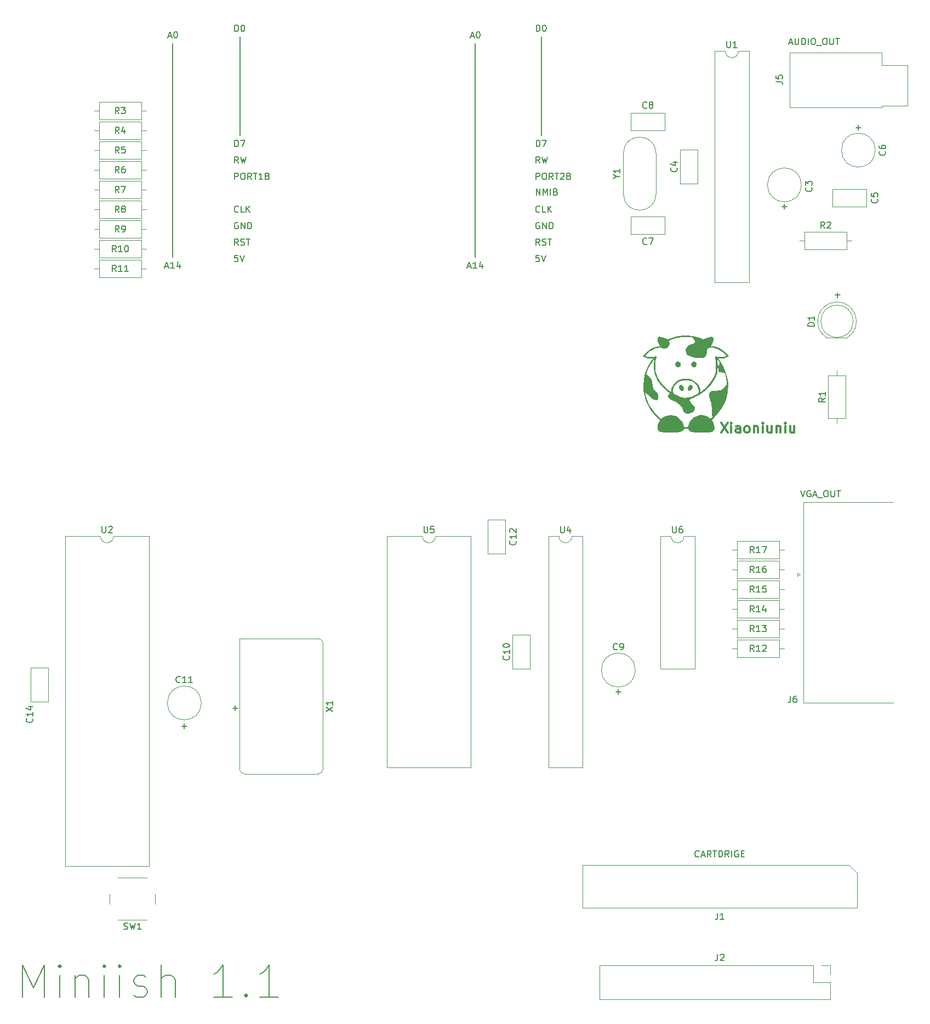
<source format=gbr>
%TF.GenerationSoftware,KiCad,Pcbnew,(5.99.0-7356-g63088e8bdb)*%
%TF.CreationDate,2020-12-15T21:08:54+08:00*%
%TF.ProjectId,DaughterBoard,44617567-6874-4657-9242-6f6172642e6b,rev?*%
%TF.SameCoordinates,Original*%
%TF.FileFunction,Legend,Top*%
%TF.FilePolarity,Positive*%
%FSLAX46Y46*%
G04 Gerber Fmt 4.6, Leading zero omitted, Abs format (unit mm)*
G04 Created by KiCad (PCBNEW (5.99.0-7356-g63088e8bdb)) date 2020-12-15 21:08:54*
%MOMM*%
%LPD*%
G01*
G04 APERTURE LIST*
%ADD10C,0.150000*%
%ADD11C,0.300000*%
%ADD12C,0.120000*%
G04 APERTURE END LIST*
D10*
X58420000Y-36068000D02*
X58420000Y-69088000D01*
X105156000Y-36068000D02*
X105156000Y-69088000D01*
X68834000Y-35052000D02*
X68834000Y-50292000D01*
X115411143Y-35052000D02*
X115411143Y-50292000D01*
X68540571Y-62079142D02*
X68492952Y-62126761D01*
X68350095Y-62174380D01*
X68254857Y-62174380D01*
X68112000Y-62126761D01*
X68016762Y-62031523D01*
X67969143Y-61936285D01*
X67921524Y-61745809D01*
X67921524Y-61602952D01*
X67969143Y-61412476D01*
X68016762Y-61317238D01*
X68112000Y-61222000D01*
X68254857Y-61174380D01*
X68350095Y-61174380D01*
X68492952Y-61222000D01*
X68540571Y-61269619D01*
X69445333Y-62174380D02*
X68969143Y-62174380D01*
X68969143Y-61174380D01*
X69778667Y-62174380D02*
X69778667Y-61174380D01*
X70350095Y-62174380D02*
X69921524Y-61602952D01*
X70350095Y-61174380D02*
X69778667Y-61745809D01*
X114577904Y-52014380D02*
X114577904Y-51014380D01*
X114816000Y-51014380D01*
X114958857Y-51062000D01*
X115054095Y-51157238D01*
X115101714Y-51252476D01*
X115149333Y-51442952D01*
X115149333Y-51585809D01*
X115101714Y-51776285D01*
X115054095Y-51871523D01*
X114958857Y-51966761D01*
X114816000Y-52014380D01*
X114577904Y-52014380D01*
X115482666Y-51014380D02*
X116149333Y-51014380D01*
X115720761Y-52014380D01*
X115070095Y-63762000D02*
X114974857Y-63714380D01*
X114832000Y-63714380D01*
X114689142Y-63762000D01*
X114593904Y-63857238D01*
X114546285Y-63952476D01*
X114498666Y-64142952D01*
X114498666Y-64285809D01*
X114546285Y-64476285D01*
X114593904Y-64571523D01*
X114689142Y-64666761D01*
X114832000Y-64714380D01*
X114927238Y-64714380D01*
X115070095Y-64666761D01*
X115117714Y-64619142D01*
X115117714Y-64285809D01*
X114927238Y-64285809D01*
X115546285Y-64714380D02*
X115546285Y-63714380D01*
X116117714Y-64714380D01*
X116117714Y-63714380D01*
X116593904Y-64714380D02*
X116593904Y-63714380D01*
X116832000Y-63714380D01*
X116974857Y-63762000D01*
X117070095Y-63857238D01*
X117117714Y-63952476D01*
X117165333Y-64142952D01*
X117165333Y-64285809D01*
X117117714Y-64476285D01*
X117070095Y-64571523D01*
X116974857Y-64666761D01*
X116832000Y-64714380D01*
X116593904Y-64714380D01*
X114579757Y-59491665D02*
X114579757Y-58491665D01*
X115151186Y-59491665D01*
X115151186Y-58491665D01*
X115627376Y-59491665D02*
X115627376Y-58491665D01*
X115960710Y-59205951D01*
X116294043Y-58491665D01*
X116294043Y-59491665D01*
X116770234Y-59491665D02*
X116770234Y-58491665D01*
X117579757Y-58967856D02*
X117722615Y-59015475D01*
X117770234Y-59063094D01*
X117817853Y-59158332D01*
X117817853Y-59301189D01*
X117770234Y-59396427D01*
X117722615Y-59444046D01*
X117627376Y-59491665D01*
X117246424Y-59491665D01*
X117246424Y-58491665D01*
X117579757Y-58491665D01*
X117674996Y-58539285D01*
X117722615Y-58586904D01*
X117770234Y-58682142D01*
X117770234Y-58777380D01*
X117722615Y-58872618D01*
X117674996Y-58920237D01*
X117579757Y-58967856D01*
X117246424Y-58967856D01*
X67969142Y-57094380D02*
X67969142Y-56094380D01*
X68350095Y-56094380D01*
X68445333Y-56142000D01*
X68492952Y-56189619D01*
X68540571Y-56284857D01*
X68540571Y-56427714D01*
X68492952Y-56522952D01*
X68445333Y-56570571D01*
X68350095Y-56618190D01*
X67969142Y-56618190D01*
X69159619Y-56094380D02*
X69350095Y-56094380D01*
X69445333Y-56142000D01*
X69540571Y-56237238D01*
X69588190Y-56427714D01*
X69588190Y-56761047D01*
X69540571Y-56951523D01*
X69445333Y-57046761D01*
X69350095Y-57094380D01*
X69159619Y-57094380D01*
X69064380Y-57046761D01*
X68969142Y-56951523D01*
X68921523Y-56761047D01*
X68921523Y-56427714D01*
X68969142Y-56237238D01*
X69064380Y-56142000D01*
X69159619Y-56094380D01*
X70588190Y-57094380D02*
X70254857Y-56618190D01*
X70016761Y-57094380D02*
X70016761Y-56094380D01*
X70397714Y-56094380D01*
X70492952Y-56142000D01*
X70540571Y-56189619D01*
X70588190Y-56284857D01*
X70588190Y-56427714D01*
X70540571Y-56522952D01*
X70492952Y-56570571D01*
X70397714Y-56618190D01*
X70016761Y-56618190D01*
X70873904Y-56094380D02*
X71445333Y-56094380D01*
X71159619Y-57094380D02*
X71159619Y-56094380D01*
X72302476Y-57094380D02*
X71731047Y-57094380D01*
X72016761Y-57094380D02*
X72016761Y-56094380D01*
X71921523Y-56237238D01*
X71826285Y-56332476D01*
X71731047Y-56380095D01*
X73064380Y-56570571D02*
X73207238Y-56618190D01*
X73254857Y-56665809D01*
X73302476Y-56761047D01*
X73302476Y-56903904D01*
X73254857Y-56999142D01*
X73207238Y-57046761D01*
X73112000Y-57094380D01*
X72731047Y-57094380D01*
X72731047Y-56094380D01*
X73064380Y-56094380D01*
X73159619Y-56142000D01*
X73207238Y-56189619D01*
X73254857Y-56284857D01*
X73254857Y-56380095D01*
X73207238Y-56475333D01*
X73159619Y-56522952D01*
X73064380Y-56570571D01*
X72731047Y-56570571D01*
X57705714Y-34964666D02*
X58181904Y-34964666D01*
X57610476Y-35250380D02*
X57943809Y-34250380D01*
X58277142Y-35250380D01*
X58800952Y-34250380D02*
X58896190Y-34250380D01*
X58991428Y-34298000D01*
X59039047Y-34345619D01*
X59086666Y-34440857D01*
X59134285Y-34631333D01*
X59134285Y-34869428D01*
X59086666Y-35059904D01*
X59039047Y-35155142D01*
X58991428Y-35202761D01*
X58896190Y-35250380D01*
X58800952Y-35250380D01*
X58705714Y-35202761D01*
X58658095Y-35155142D01*
X58610476Y-35059904D01*
X58562857Y-34869428D01*
X58562857Y-34631333D01*
X58610476Y-34440857D01*
X58658095Y-34345619D01*
X58705714Y-34298000D01*
X58800952Y-34250380D01*
X67691047Y-138755428D02*
X68452952Y-138755428D01*
X68072000Y-139136380D02*
X68072000Y-138374476D01*
X68000761Y-34234380D02*
X68000761Y-33234380D01*
X68238857Y-33234380D01*
X68381714Y-33282000D01*
X68476952Y-33377238D01*
X68524571Y-33472476D01*
X68572190Y-33662952D01*
X68572190Y-33805809D01*
X68524571Y-33996285D01*
X68476952Y-34091523D01*
X68381714Y-34186761D01*
X68238857Y-34234380D01*
X68000761Y-34234380D01*
X69191237Y-33234380D02*
X69286476Y-33234380D01*
X69381714Y-33282000D01*
X69429333Y-33329619D01*
X69476952Y-33424857D01*
X69524571Y-33615333D01*
X69524571Y-33853428D01*
X69476952Y-34043904D01*
X69429333Y-34139142D01*
X69381714Y-34186761D01*
X69286476Y-34234380D01*
X69191237Y-34234380D01*
X69095999Y-34186761D01*
X69048380Y-34139142D01*
X69000761Y-34043904D01*
X68953142Y-33853428D01*
X68953142Y-33615333D01*
X69000761Y-33424857D01*
X69048380Y-33329619D01*
X69095999Y-33282000D01*
X69191237Y-33234380D01*
X35221142Y-183363904D02*
X35221142Y-178363904D01*
X36887809Y-181935333D01*
X38554476Y-178363904D01*
X38554476Y-183363904D01*
X40935428Y-183363904D02*
X40935428Y-180030571D01*
X40935428Y-178363904D02*
X40697333Y-178602000D01*
X40935428Y-178840095D01*
X41173523Y-178602000D01*
X40935428Y-178363904D01*
X40935428Y-178840095D01*
X43316380Y-180030571D02*
X43316380Y-183363904D01*
X43316380Y-180506761D02*
X43554476Y-180268666D01*
X44030666Y-180030571D01*
X44744952Y-180030571D01*
X45221142Y-180268666D01*
X45459238Y-180744857D01*
X45459238Y-183363904D01*
X47840190Y-183363904D02*
X47840190Y-180030571D01*
X47840190Y-178363904D02*
X47602095Y-178602000D01*
X47840190Y-178840095D01*
X48078285Y-178602000D01*
X47840190Y-178363904D01*
X47840190Y-178840095D01*
X50221142Y-183363904D02*
X50221142Y-180030571D01*
X50221142Y-178363904D02*
X49983047Y-178602000D01*
X50221142Y-178840095D01*
X50459238Y-178602000D01*
X50221142Y-178363904D01*
X50221142Y-178840095D01*
X52364000Y-183125809D02*
X52840190Y-183363904D01*
X53792571Y-183363904D01*
X54268761Y-183125809D01*
X54506857Y-182649619D01*
X54506857Y-182411523D01*
X54268761Y-181935333D01*
X53792571Y-181697238D01*
X53078285Y-181697238D01*
X52602095Y-181459142D01*
X52364000Y-180982952D01*
X52364000Y-180744857D01*
X52602095Y-180268666D01*
X53078285Y-180030571D01*
X53792571Y-180030571D01*
X54268761Y-180268666D01*
X56649714Y-183363904D02*
X56649714Y-178363904D01*
X58792571Y-183363904D02*
X58792571Y-180744857D01*
X58554476Y-180268666D01*
X58078285Y-180030571D01*
X57364000Y-180030571D01*
X56887809Y-180268666D01*
X56649714Y-180506761D01*
X67602095Y-183363904D02*
X64744952Y-183363904D01*
X66173523Y-183363904D02*
X66173523Y-178363904D01*
X65697333Y-179078190D01*
X65221142Y-179554380D01*
X64744952Y-179792476D01*
X69744952Y-182887714D02*
X69983047Y-183125809D01*
X69744952Y-183363904D01*
X69506857Y-183125809D01*
X69744952Y-182887714D01*
X69744952Y-183363904D01*
X74744952Y-183363904D02*
X71887809Y-183363904D01*
X73316380Y-183363904D02*
X73316380Y-178363904D01*
X72840190Y-179078190D01*
X72364000Y-179554380D01*
X71887809Y-179792476D01*
X115117714Y-54554380D02*
X114784380Y-54078190D01*
X114546285Y-54554380D02*
X114546285Y-53554380D01*
X114927238Y-53554380D01*
X115022476Y-53602000D01*
X115070095Y-53649619D01*
X115117714Y-53744857D01*
X115117714Y-53887714D01*
X115070095Y-53982952D01*
X115022476Y-54030571D01*
X114927238Y-54078190D01*
X114546285Y-54078190D01*
X115451047Y-53554380D02*
X115689142Y-54554380D01*
X115879619Y-53840095D01*
X116070095Y-54554380D01*
X116308190Y-53554380D01*
X59817047Y-141549428D02*
X60578952Y-141549428D01*
X60198000Y-141930380D02*
X60198000Y-141168476D01*
X68540571Y-54554380D02*
X68207237Y-54078190D01*
X67969142Y-54554380D02*
X67969142Y-53554380D01*
X68350095Y-53554380D01*
X68445333Y-53602000D01*
X68492952Y-53649619D01*
X68540571Y-53744857D01*
X68540571Y-53887714D01*
X68492952Y-53982952D01*
X68445333Y-54030571D01*
X68350095Y-54078190D01*
X67969142Y-54078190D01*
X68873904Y-53554380D02*
X69111999Y-54554380D01*
X69302476Y-53840095D01*
X69492952Y-54554380D01*
X69731047Y-53554380D01*
X104441714Y-34964666D02*
X104917904Y-34964666D01*
X104346476Y-35250380D02*
X104679809Y-34250380D01*
X105013142Y-35250380D01*
X105536952Y-34250380D02*
X105632190Y-34250380D01*
X105727428Y-34298000D01*
X105775047Y-34345619D01*
X105822666Y-34440857D01*
X105870285Y-34631333D01*
X105870285Y-34869428D01*
X105822666Y-35059904D01*
X105775047Y-35155142D01*
X105727428Y-35202761D01*
X105632190Y-35250380D01*
X105536952Y-35250380D01*
X105441714Y-35202761D01*
X105394095Y-35155142D01*
X105346476Y-35059904D01*
X105298857Y-34869428D01*
X105298857Y-34631333D01*
X105346476Y-34440857D01*
X105394095Y-34345619D01*
X105441714Y-34298000D01*
X105536952Y-34250380D01*
X163957047Y-49093428D02*
X164718952Y-49093428D01*
X164338000Y-49474380D02*
X164338000Y-48712476D01*
X161107428Y-75310952D02*
X161107428Y-74549047D01*
X161488380Y-74930000D02*
X160726476Y-74930000D01*
X114577904Y-34234380D02*
X114577904Y-33234380D01*
X114816000Y-33234380D01*
X114958857Y-33282000D01*
X115054095Y-33377238D01*
X115101714Y-33472476D01*
X115149333Y-33662952D01*
X115149333Y-33805809D01*
X115101714Y-33996285D01*
X115054095Y-34091523D01*
X114958857Y-34186761D01*
X114816000Y-34234380D01*
X114577904Y-34234380D01*
X115768380Y-33234380D02*
X115863619Y-33234380D01*
X115958857Y-33282000D01*
X116006476Y-33329619D01*
X116054095Y-33424857D01*
X116101714Y-33615333D01*
X116101714Y-33853428D01*
X116054095Y-34043904D01*
X116006476Y-34139142D01*
X115958857Y-34186761D01*
X115863619Y-34234380D01*
X115768380Y-34234380D01*
X115673142Y-34186761D01*
X115625523Y-34139142D01*
X115577904Y-34043904D01*
X115530285Y-33853428D01*
X115530285Y-33615333D01*
X115577904Y-33424857D01*
X115625523Y-33329619D01*
X115673142Y-33282000D01*
X115768380Y-33234380D01*
X152527047Y-61285428D02*
X153288952Y-61285428D01*
X152908000Y-61666380D02*
X152908000Y-60904476D01*
X114546285Y-57094380D02*
X114546285Y-56094380D01*
X114927238Y-56094380D01*
X115022476Y-56142000D01*
X115070095Y-56189619D01*
X115117714Y-56284857D01*
X115117714Y-56427714D01*
X115070095Y-56522952D01*
X115022476Y-56570571D01*
X114927238Y-56618190D01*
X114546285Y-56618190D01*
X115736762Y-56094380D02*
X115927238Y-56094380D01*
X116022476Y-56142000D01*
X116117714Y-56237238D01*
X116165333Y-56427714D01*
X116165333Y-56761047D01*
X116117714Y-56951523D01*
X116022476Y-57046761D01*
X115927238Y-57094380D01*
X115736762Y-57094380D01*
X115641523Y-57046761D01*
X115546285Y-56951523D01*
X115498666Y-56761047D01*
X115498666Y-56427714D01*
X115546285Y-56237238D01*
X115641523Y-56142000D01*
X115736762Y-56094380D01*
X117165333Y-57094380D02*
X116832000Y-56618190D01*
X116593904Y-57094380D02*
X116593904Y-56094380D01*
X116974857Y-56094380D01*
X117070095Y-56142000D01*
X117117714Y-56189619D01*
X117165333Y-56284857D01*
X117165333Y-56427714D01*
X117117714Y-56522952D01*
X117070095Y-56570571D01*
X116974857Y-56618190D01*
X116593904Y-56618190D01*
X117451047Y-56094380D02*
X118022476Y-56094380D01*
X117736762Y-57094380D02*
X117736762Y-56094380D01*
X118308190Y-56189619D02*
X118355809Y-56142000D01*
X118451047Y-56094380D01*
X118689143Y-56094380D01*
X118784381Y-56142000D01*
X118832000Y-56189619D01*
X118879619Y-56284857D01*
X118879619Y-56380095D01*
X118832000Y-56522952D01*
X118260571Y-57094380D01*
X118879619Y-57094380D01*
X119641523Y-56570571D02*
X119784381Y-56618190D01*
X119832000Y-56665809D01*
X119879619Y-56761047D01*
X119879619Y-56903904D01*
X119832000Y-56999142D01*
X119784381Y-57046761D01*
X119689143Y-57094380D01*
X119308190Y-57094380D01*
X119308190Y-56094380D01*
X119641523Y-56094380D01*
X119736762Y-56142000D01*
X119784381Y-56189619D01*
X119832000Y-56284857D01*
X119832000Y-56380095D01*
X119784381Y-56475333D01*
X119736762Y-56522952D01*
X119641523Y-56570571D01*
X119308190Y-56570571D01*
X68445333Y-68794380D02*
X67969143Y-68794380D01*
X67921524Y-69270571D01*
X67969143Y-69222952D01*
X68064381Y-69175333D01*
X68302476Y-69175333D01*
X68397714Y-69222952D01*
X68445333Y-69270571D01*
X68492952Y-69365809D01*
X68492952Y-69603904D01*
X68445333Y-69699142D01*
X68397714Y-69746761D01*
X68302476Y-69794380D01*
X68064381Y-69794380D01*
X67969143Y-69746761D01*
X67921524Y-69699142D01*
X68778667Y-68794380D02*
X69112000Y-69794380D01*
X69445333Y-68794380D01*
X68000761Y-52014380D02*
X68000761Y-51014380D01*
X68238857Y-51014380D01*
X68381714Y-51062000D01*
X68476952Y-51157238D01*
X68524571Y-51252476D01*
X68572190Y-51442952D01*
X68572190Y-51585809D01*
X68524571Y-51776285D01*
X68476952Y-51871523D01*
X68381714Y-51966761D01*
X68238857Y-52014380D01*
X68000761Y-52014380D01*
X68905523Y-51014380D02*
X69572190Y-51014380D01*
X69143618Y-52014380D01*
X115117714Y-67254380D02*
X114784381Y-66778190D01*
X114546286Y-67254380D02*
X114546286Y-66254380D01*
X114927238Y-66254380D01*
X115022476Y-66302000D01*
X115070095Y-66349619D01*
X115117714Y-66444857D01*
X115117714Y-66587714D01*
X115070095Y-66682952D01*
X115022476Y-66730571D01*
X114927238Y-66778190D01*
X114546286Y-66778190D01*
X115498667Y-67206761D02*
X115641524Y-67254380D01*
X115879619Y-67254380D01*
X115974857Y-67206761D01*
X116022476Y-67159142D01*
X116070095Y-67063904D01*
X116070095Y-66968666D01*
X116022476Y-66873428D01*
X115974857Y-66825809D01*
X115879619Y-66778190D01*
X115689143Y-66730571D01*
X115593905Y-66682952D01*
X115546286Y-66635333D01*
X115498667Y-66540095D01*
X115498667Y-66444857D01*
X115546286Y-66349619D01*
X115593905Y-66302000D01*
X115689143Y-66254380D01*
X115927238Y-66254380D01*
X116070095Y-66302000D01*
X116355810Y-66254380D02*
X116927238Y-66254380D01*
X116641524Y-67254380D02*
X116641524Y-66254380D01*
X126873047Y-136215428D02*
X127634952Y-136215428D01*
X127254000Y-136596380D02*
X127254000Y-135834476D01*
X68540571Y-67254380D02*
X68207238Y-66778190D01*
X67969143Y-67254380D02*
X67969143Y-66254380D01*
X68350095Y-66254380D01*
X68445333Y-66302000D01*
X68492952Y-66349619D01*
X68540571Y-66444857D01*
X68540571Y-66587714D01*
X68492952Y-66682952D01*
X68445333Y-66730571D01*
X68350095Y-66778190D01*
X67969143Y-66778190D01*
X68921524Y-67206761D02*
X69064381Y-67254380D01*
X69302476Y-67254380D01*
X69397714Y-67206761D01*
X69445333Y-67159142D01*
X69492952Y-67063904D01*
X69492952Y-66968666D01*
X69445333Y-66873428D01*
X69397714Y-66825809D01*
X69302476Y-66778190D01*
X69112000Y-66730571D01*
X69016762Y-66682952D01*
X68969143Y-66635333D01*
X68921524Y-66540095D01*
X68921524Y-66444857D01*
X68969143Y-66349619D01*
X69016762Y-66302000D01*
X69112000Y-66254380D01*
X69350095Y-66254380D01*
X69492952Y-66302000D01*
X69778667Y-66254380D02*
X70350095Y-66254380D01*
X70064381Y-67254380D02*
X70064381Y-66254380D01*
X115022476Y-68794380D02*
X114546286Y-68794380D01*
X114498667Y-69270571D01*
X114546286Y-69222952D01*
X114641524Y-69175333D01*
X114879619Y-69175333D01*
X114974857Y-69222952D01*
X115022476Y-69270571D01*
X115070095Y-69365809D01*
X115070095Y-69603904D01*
X115022476Y-69699142D01*
X114974857Y-69746761D01*
X114879619Y-69794380D01*
X114641524Y-69794380D01*
X114546286Y-69746761D01*
X114498667Y-69699142D01*
X115355810Y-68794380D02*
X115689143Y-69794380D01*
X116022476Y-68794380D01*
X115117714Y-62079142D02*
X115070095Y-62126761D01*
X114927238Y-62174380D01*
X114832000Y-62174380D01*
X114689143Y-62126761D01*
X114593905Y-62031523D01*
X114546286Y-61936285D01*
X114498667Y-61745809D01*
X114498667Y-61602952D01*
X114546286Y-61412476D01*
X114593905Y-61317238D01*
X114689143Y-61222000D01*
X114832000Y-61174380D01*
X114927238Y-61174380D01*
X115070095Y-61222000D01*
X115117714Y-61269619D01*
X116022476Y-62174380D02*
X115546286Y-62174380D01*
X115546286Y-61174380D01*
X116355810Y-62174380D02*
X116355810Y-61174380D01*
X116927238Y-62174380D02*
X116498667Y-61602952D01*
X116927238Y-61174380D02*
X116355810Y-61745809D01*
X68492952Y-63762000D02*
X68397714Y-63714380D01*
X68254857Y-63714380D01*
X68111999Y-63762000D01*
X68016761Y-63857238D01*
X67969142Y-63952476D01*
X67921523Y-64142952D01*
X67921523Y-64285809D01*
X67969142Y-64476285D01*
X68016761Y-64571523D01*
X68111999Y-64666761D01*
X68254857Y-64714380D01*
X68350095Y-64714380D01*
X68492952Y-64666761D01*
X68540571Y-64619142D01*
X68540571Y-64285809D01*
X68350095Y-64285809D01*
X68969142Y-64714380D02*
X68969142Y-63714380D01*
X69540571Y-64714380D01*
X69540571Y-63714380D01*
X70016761Y-64714380D02*
X70016761Y-63714380D01*
X70254857Y-63714380D01*
X70397714Y-63762000D01*
X70492952Y-63857238D01*
X70540571Y-63952476D01*
X70588190Y-64142952D01*
X70588190Y-64285809D01*
X70540571Y-64476285D01*
X70492952Y-64571523D01*
X70397714Y-64666761D01*
X70254857Y-64714380D01*
X70016761Y-64714380D01*
X57229523Y-70524666D02*
X57705714Y-70524666D01*
X57134285Y-70810380D02*
X57467619Y-69810380D01*
X57800952Y-70810380D01*
X58658095Y-70810380D02*
X58086666Y-70810380D01*
X58372380Y-70810380D02*
X58372380Y-69810380D01*
X58277142Y-69953238D01*
X58181904Y-70048476D01*
X58086666Y-70096095D01*
X59515238Y-70143714D02*
X59515238Y-70810380D01*
X59277142Y-69762761D02*
X59039047Y-70477047D01*
X59658095Y-70477047D01*
X103965523Y-70524666D02*
X104441714Y-70524666D01*
X103870285Y-70810380D02*
X104203619Y-69810380D01*
X104536952Y-70810380D01*
X105394095Y-70810380D02*
X104822666Y-70810380D01*
X105108380Y-70810380D02*
X105108380Y-69810380D01*
X105013142Y-69953238D01*
X104917904Y-70048476D01*
X104822666Y-70096095D01*
X106251238Y-70143714D02*
X106251238Y-70810380D01*
X106013142Y-69762761D02*
X105775047Y-70477047D01*
X106394095Y-70477047D01*
%TO.C,R13*%
X148201142Y-126944380D02*
X147867809Y-126468190D01*
X147629714Y-126944380D02*
X147629714Y-125944380D01*
X148010666Y-125944380D01*
X148105904Y-125992000D01*
X148153523Y-126039619D01*
X148201142Y-126134857D01*
X148201142Y-126277714D01*
X148153523Y-126372952D01*
X148105904Y-126420571D01*
X148010666Y-126468190D01*
X147629714Y-126468190D01*
X149153523Y-126944380D02*
X148582095Y-126944380D01*
X148867809Y-126944380D02*
X148867809Y-125944380D01*
X148772571Y-126087238D01*
X148677333Y-126182476D01*
X148582095Y-126230095D01*
X149486857Y-125944380D02*
X150105904Y-125944380D01*
X149772571Y-126325333D01*
X149915428Y-126325333D01*
X150010666Y-126372952D01*
X150058285Y-126420571D01*
X150105904Y-126515809D01*
X150105904Y-126753904D01*
X150058285Y-126849142D01*
X150010666Y-126896761D01*
X149915428Y-126944380D01*
X149629714Y-126944380D01*
X149534476Y-126896761D01*
X149486857Y-126849142D01*
%TO.C,R7*%
X50125333Y-59126380D02*
X49792000Y-58650190D01*
X49553904Y-59126380D02*
X49553904Y-58126380D01*
X49934857Y-58126380D01*
X50030095Y-58174000D01*
X50077714Y-58221619D01*
X50125333Y-58316857D01*
X50125333Y-58459714D01*
X50077714Y-58554952D01*
X50030095Y-58602571D01*
X49934857Y-58650190D01*
X49553904Y-58650190D01*
X50458666Y-58126380D02*
X51125333Y-58126380D01*
X50696761Y-59126380D01*
%TO.C,SW1*%
X50862466Y-172868361D02*
X51005323Y-172915980D01*
X51243419Y-172915980D01*
X51338657Y-172868361D01*
X51386276Y-172820742D01*
X51433895Y-172725504D01*
X51433895Y-172630266D01*
X51386276Y-172535028D01*
X51338657Y-172487409D01*
X51243419Y-172439790D01*
X51052942Y-172392171D01*
X50957704Y-172344552D01*
X50910085Y-172296933D01*
X50862466Y-172201695D01*
X50862466Y-172106457D01*
X50910085Y-172011219D01*
X50957704Y-171963600D01*
X51052942Y-171915980D01*
X51291038Y-171915980D01*
X51433895Y-171963600D01*
X51767228Y-171915980D02*
X52005323Y-172915980D01*
X52195800Y-172201695D01*
X52386276Y-172915980D01*
X52624371Y-171915980D01*
X53529133Y-172915980D02*
X52957704Y-172915980D01*
X53243419Y-172915980D02*
X53243419Y-171915980D01*
X53148180Y-172058838D01*
X53052942Y-172154076D01*
X52957704Y-172201695D01*
%TO.C,U1*%
X144018095Y-35730380D02*
X144018095Y-36539904D01*
X144065714Y-36635142D01*
X144113333Y-36682761D01*
X144208571Y-36730380D01*
X144399047Y-36730380D01*
X144494285Y-36682761D01*
X144541904Y-36635142D01*
X144589523Y-36539904D01*
X144589523Y-35730380D01*
X145589523Y-36730380D02*
X145018095Y-36730380D01*
X145303809Y-36730380D02*
X145303809Y-35730380D01*
X145208571Y-35873238D01*
X145113333Y-35968476D01*
X145018095Y-36016095D01*
%TO.C,X1*%
X82086380Y-139239523D02*
X83086380Y-138572857D01*
X82086380Y-138572857D02*
X83086380Y-139239523D01*
X83086380Y-137668095D02*
X83086380Y-138239523D01*
X83086380Y-137953809D02*
X82086380Y-137953809D01*
X82229238Y-138049047D01*
X82324476Y-138144285D01*
X82372095Y-138239523D01*
%TO.C,J2*%
X142578666Y-176744380D02*
X142578666Y-177458666D01*
X142531047Y-177601523D01*
X142435809Y-177696761D01*
X142292952Y-177744380D01*
X142197714Y-177744380D01*
X143007238Y-176839619D02*
X143054857Y-176792000D01*
X143150095Y-176744380D01*
X143388190Y-176744380D01*
X143483428Y-176792000D01*
X143531047Y-176839619D01*
X143578666Y-176934857D01*
X143578666Y-177030095D01*
X143531047Y-177172952D01*
X142959619Y-177744380D01*
X143578666Y-177744380D01*
%TO.C,C9*%
X127087333Y-129643142D02*
X127039714Y-129690761D01*
X126896857Y-129738380D01*
X126801619Y-129738380D01*
X126658761Y-129690761D01*
X126563523Y-129595523D01*
X126515904Y-129500285D01*
X126468285Y-129309809D01*
X126468285Y-129166952D01*
X126515904Y-128976476D01*
X126563523Y-128881238D01*
X126658761Y-128786000D01*
X126801619Y-128738380D01*
X126896857Y-128738380D01*
X127039714Y-128786000D01*
X127087333Y-128833619D01*
X127563523Y-129738380D02*
X127754000Y-129738380D01*
X127849238Y-129690761D01*
X127896857Y-129643142D01*
X127992095Y-129500285D01*
X128039714Y-129309809D01*
X128039714Y-128928857D01*
X127992095Y-128833619D01*
X127944476Y-128786000D01*
X127849238Y-128738380D01*
X127658761Y-128738380D01*
X127563523Y-128786000D01*
X127515904Y-128833619D01*
X127468285Y-128928857D01*
X127468285Y-129166952D01*
X127515904Y-129262190D01*
X127563523Y-129309809D01*
X127658761Y-129357428D01*
X127849238Y-129357428D01*
X127944476Y-129309809D01*
X127992095Y-129262190D01*
X128039714Y-129166952D01*
%TO.C,C10*%
X110339142Y-130670857D02*
X110386761Y-130718476D01*
X110434380Y-130861333D01*
X110434380Y-130956571D01*
X110386761Y-131099428D01*
X110291523Y-131194666D01*
X110196285Y-131242285D01*
X110005809Y-131289904D01*
X109862952Y-131289904D01*
X109672476Y-131242285D01*
X109577238Y-131194666D01*
X109482000Y-131099428D01*
X109434380Y-130956571D01*
X109434380Y-130861333D01*
X109482000Y-130718476D01*
X109529619Y-130670857D01*
X110434380Y-129718476D02*
X110434380Y-130289904D01*
X110434380Y-130004190D02*
X109434380Y-130004190D01*
X109577238Y-130099428D01*
X109672476Y-130194666D01*
X109720095Y-130289904D01*
X109434380Y-129099428D02*
X109434380Y-129004190D01*
X109482000Y-128908952D01*
X109529619Y-128861333D01*
X109624857Y-128813714D01*
X109815333Y-128766095D01*
X110053428Y-128766095D01*
X110243904Y-128813714D01*
X110339142Y-128861333D01*
X110386761Y-128908952D01*
X110434380Y-129004190D01*
X110434380Y-129099428D01*
X110386761Y-129194666D01*
X110339142Y-129242285D01*
X110243904Y-129289904D01*
X110053428Y-129337523D01*
X109815333Y-129337523D01*
X109624857Y-129289904D01*
X109529619Y-129242285D01*
X109482000Y-129194666D01*
X109434380Y-129099428D01*
%TO.C,R16*%
X148201142Y-117800380D02*
X147867809Y-117324190D01*
X147629714Y-117800380D02*
X147629714Y-116800380D01*
X148010666Y-116800380D01*
X148105904Y-116848000D01*
X148153523Y-116895619D01*
X148201142Y-116990857D01*
X148201142Y-117133714D01*
X148153523Y-117228952D01*
X148105904Y-117276571D01*
X148010666Y-117324190D01*
X147629714Y-117324190D01*
X149153523Y-117800380D02*
X148582095Y-117800380D01*
X148867809Y-117800380D02*
X148867809Y-116800380D01*
X148772571Y-116943238D01*
X148677333Y-117038476D01*
X148582095Y-117086095D01*
X150010666Y-116800380D02*
X149820190Y-116800380D01*
X149724952Y-116848000D01*
X149677333Y-116895619D01*
X149582095Y-117038476D01*
X149534476Y-117228952D01*
X149534476Y-117609904D01*
X149582095Y-117705142D01*
X149629714Y-117752761D01*
X149724952Y-117800380D01*
X149915428Y-117800380D01*
X150010666Y-117752761D01*
X150058285Y-117705142D01*
X150105904Y-117609904D01*
X150105904Y-117371809D01*
X150058285Y-117276571D01*
X150010666Y-117228952D01*
X149915428Y-117181333D01*
X149724952Y-117181333D01*
X149629714Y-117228952D01*
X149582095Y-117276571D01*
X149534476Y-117371809D01*
%TO.C,J1*%
X142578666Y-170394380D02*
X142578666Y-171108666D01*
X142531047Y-171251523D01*
X142435809Y-171346761D01*
X142292952Y-171394380D01*
X142197714Y-171394380D01*
X143578666Y-171394380D02*
X143007238Y-171394380D01*
X143292952Y-171394380D02*
X143292952Y-170394380D01*
X143197714Y-170537238D01*
X143102476Y-170632476D01*
X143007238Y-170680095D01*
X139721523Y-161647142D02*
X139673904Y-161694761D01*
X139531047Y-161742380D01*
X139435809Y-161742380D01*
X139292952Y-161694761D01*
X139197714Y-161599523D01*
X139150095Y-161504285D01*
X139102476Y-161313809D01*
X139102476Y-161170952D01*
X139150095Y-160980476D01*
X139197714Y-160885238D01*
X139292952Y-160790000D01*
X139435809Y-160742380D01*
X139531047Y-160742380D01*
X139673904Y-160790000D01*
X139721523Y-160837619D01*
X140102476Y-161456666D02*
X140578666Y-161456666D01*
X140007238Y-161742380D02*
X140340571Y-160742380D01*
X140673904Y-161742380D01*
X141578666Y-161742380D02*
X141245333Y-161266190D01*
X141007238Y-161742380D02*
X141007238Y-160742380D01*
X141388190Y-160742380D01*
X141483428Y-160790000D01*
X141531047Y-160837619D01*
X141578666Y-160932857D01*
X141578666Y-161075714D01*
X141531047Y-161170952D01*
X141483428Y-161218571D01*
X141388190Y-161266190D01*
X141007238Y-161266190D01*
X141864380Y-160742380D02*
X142435809Y-160742380D01*
X142150095Y-161742380D02*
X142150095Y-160742380D01*
X142769142Y-161742380D02*
X142769142Y-160742380D01*
X143007238Y-160742380D01*
X143150095Y-160790000D01*
X143245333Y-160885238D01*
X143292952Y-160980476D01*
X143340571Y-161170952D01*
X143340571Y-161313809D01*
X143292952Y-161504285D01*
X143245333Y-161599523D01*
X143150095Y-161694761D01*
X143007238Y-161742380D01*
X142769142Y-161742380D01*
X144340571Y-161742380D02*
X144007238Y-161266190D01*
X143769142Y-161742380D02*
X143769142Y-160742380D01*
X144150095Y-160742380D01*
X144245333Y-160790000D01*
X144292952Y-160837619D01*
X144340571Y-160932857D01*
X144340571Y-161075714D01*
X144292952Y-161170952D01*
X144245333Y-161218571D01*
X144150095Y-161266190D01*
X143769142Y-161266190D01*
X144769142Y-161742380D02*
X144769142Y-160742380D01*
X145769142Y-160790000D02*
X145673904Y-160742380D01*
X145531047Y-160742380D01*
X145388190Y-160790000D01*
X145292952Y-160885238D01*
X145245333Y-160980476D01*
X145197714Y-161170952D01*
X145197714Y-161313809D01*
X145245333Y-161504285D01*
X145292952Y-161599523D01*
X145388190Y-161694761D01*
X145531047Y-161742380D01*
X145626285Y-161742380D01*
X145769142Y-161694761D01*
X145816761Y-161647142D01*
X145816761Y-161313809D01*
X145626285Y-161313809D01*
X146245333Y-161218571D02*
X146578666Y-161218571D01*
X146721523Y-161742380D02*
X146245333Y-161742380D01*
X146245333Y-160742380D01*
X146721523Y-160742380D01*
%TO.C,Y1*%
X127007190Y-56663190D02*
X127483380Y-56663190D01*
X126483380Y-56996523D02*
X127007190Y-56663190D01*
X126483380Y-56329857D01*
X127483380Y-55472714D02*
X127483380Y-56044142D01*
X127483380Y-55758428D02*
X126483380Y-55758428D01*
X126626238Y-55853666D01*
X126721476Y-55948904D01*
X126769095Y-56044142D01*
%TO.C,D1*%
X157528380Y-79732095D02*
X156528380Y-79732095D01*
X156528380Y-79494000D01*
X156576000Y-79351142D01*
X156671238Y-79255904D01*
X156766476Y-79208285D01*
X156956952Y-79160666D01*
X157099809Y-79160666D01*
X157290285Y-79208285D01*
X157385523Y-79255904D01*
X157480761Y-79351142D01*
X157528380Y-79494000D01*
X157528380Y-79732095D01*
X157528380Y-78208285D02*
X157528380Y-78779714D01*
X157528380Y-78494000D02*
X156528380Y-78494000D01*
X156671238Y-78589238D01*
X156766476Y-78684476D01*
X156814095Y-78779714D01*
%TO.C,R14*%
X148201142Y-123896380D02*
X147867809Y-123420190D01*
X147629714Y-123896380D02*
X147629714Y-122896380D01*
X148010666Y-122896380D01*
X148105904Y-122944000D01*
X148153523Y-122991619D01*
X148201142Y-123086857D01*
X148201142Y-123229714D01*
X148153523Y-123324952D01*
X148105904Y-123372571D01*
X148010666Y-123420190D01*
X147629714Y-123420190D01*
X149153523Y-123896380D02*
X148582095Y-123896380D01*
X148867809Y-123896380D02*
X148867809Y-122896380D01*
X148772571Y-123039238D01*
X148677333Y-123134476D01*
X148582095Y-123182095D01*
X150010666Y-123229714D02*
X150010666Y-123896380D01*
X149772571Y-122848761D02*
X149534476Y-123563047D01*
X150153523Y-123563047D01*
%TO.C,R15*%
X148201142Y-120848380D02*
X147867809Y-120372190D01*
X147629714Y-120848380D02*
X147629714Y-119848380D01*
X148010666Y-119848380D01*
X148105904Y-119896000D01*
X148153523Y-119943619D01*
X148201142Y-120038857D01*
X148201142Y-120181714D01*
X148153523Y-120276952D01*
X148105904Y-120324571D01*
X148010666Y-120372190D01*
X147629714Y-120372190D01*
X149153523Y-120848380D02*
X148582095Y-120848380D01*
X148867809Y-120848380D02*
X148867809Y-119848380D01*
X148772571Y-119991238D01*
X148677333Y-120086476D01*
X148582095Y-120134095D01*
X150058285Y-119848380D02*
X149582095Y-119848380D01*
X149534476Y-120324571D01*
X149582095Y-120276952D01*
X149677333Y-120229333D01*
X149915428Y-120229333D01*
X150010666Y-120276952D01*
X150058285Y-120324571D01*
X150105904Y-120419809D01*
X150105904Y-120657904D01*
X150058285Y-120753142D01*
X150010666Y-120800761D01*
X149915428Y-120848380D01*
X149677333Y-120848380D01*
X149582095Y-120800761D01*
X149534476Y-120753142D01*
%TO.C,U4*%
X118324095Y-110660380D02*
X118324095Y-111469904D01*
X118371714Y-111565142D01*
X118419333Y-111612761D01*
X118514571Y-111660380D01*
X118705047Y-111660380D01*
X118800285Y-111612761D01*
X118847904Y-111565142D01*
X118895523Y-111469904D01*
X118895523Y-110660380D01*
X119800285Y-110993714D02*
X119800285Y-111660380D01*
X119562190Y-110612761D02*
X119324095Y-111327047D01*
X119943142Y-111327047D01*
%TO.C,R17*%
X148201142Y-114752380D02*
X147867809Y-114276190D01*
X147629714Y-114752380D02*
X147629714Y-113752380D01*
X148010666Y-113752380D01*
X148105904Y-113800000D01*
X148153523Y-113847619D01*
X148201142Y-113942857D01*
X148201142Y-114085714D01*
X148153523Y-114180952D01*
X148105904Y-114228571D01*
X148010666Y-114276190D01*
X147629714Y-114276190D01*
X149153523Y-114752380D02*
X148582095Y-114752380D01*
X148867809Y-114752380D02*
X148867809Y-113752380D01*
X148772571Y-113895238D01*
X148677333Y-113990476D01*
X148582095Y-114038095D01*
X149486857Y-113752380D02*
X150153523Y-113752380D01*
X149724952Y-114752380D01*
%TO.C,R6*%
X50125333Y-56078380D02*
X49792000Y-55602190D01*
X49553904Y-56078380D02*
X49553904Y-55078380D01*
X49934857Y-55078380D01*
X50030095Y-55126000D01*
X50077714Y-55173619D01*
X50125333Y-55268857D01*
X50125333Y-55411714D01*
X50077714Y-55506952D01*
X50030095Y-55554571D01*
X49934857Y-55602190D01*
X49553904Y-55602190D01*
X50982476Y-55078380D02*
X50792000Y-55078380D01*
X50696761Y-55126000D01*
X50649142Y-55173619D01*
X50553904Y-55316476D01*
X50506285Y-55506952D01*
X50506285Y-55887904D01*
X50553904Y-55983142D01*
X50601523Y-56030761D01*
X50696761Y-56078380D01*
X50887238Y-56078380D01*
X50982476Y-56030761D01*
X51030095Y-55983142D01*
X51077714Y-55887904D01*
X51077714Y-55649809D01*
X51030095Y-55554571D01*
X50982476Y-55506952D01*
X50887238Y-55459333D01*
X50696761Y-55459333D01*
X50601523Y-55506952D01*
X50553904Y-55554571D01*
X50506285Y-55649809D01*
%TO.C,U2*%
X47498095Y-110660380D02*
X47498095Y-111469904D01*
X47545714Y-111565142D01*
X47593333Y-111612761D01*
X47688571Y-111660380D01*
X47879047Y-111660380D01*
X47974285Y-111612761D01*
X48021904Y-111565142D01*
X48069523Y-111469904D01*
X48069523Y-110660380D01*
X48498095Y-110755619D02*
X48545714Y-110708000D01*
X48640952Y-110660380D01*
X48879047Y-110660380D01*
X48974285Y-110708000D01*
X49021904Y-110755619D01*
X49069523Y-110850857D01*
X49069523Y-110946095D01*
X49021904Y-111088952D01*
X48450476Y-111660380D01*
X49069523Y-111660380D01*
%TO.C,R9*%
X50125333Y-65222380D02*
X49792000Y-64746190D01*
X49553904Y-65222380D02*
X49553904Y-64222380D01*
X49934857Y-64222380D01*
X50030095Y-64270000D01*
X50077714Y-64317619D01*
X50125333Y-64412857D01*
X50125333Y-64555714D01*
X50077714Y-64650952D01*
X50030095Y-64698571D01*
X49934857Y-64746190D01*
X49553904Y-64746190D01*
X50601523Y-65222380D02*
X50792000Y-65222380D01*
X50887238Y-65174761D01*
X50934857Y-65127142D01*
X51030095Y-64984285D01*
X51077714Y-64793809D01*
X51077714Y-64412857D01*
X51030095Y-64317619D01*
X50982476Y-64270000D01*
X50887238Y-64222380D01*
X50696761Y-64222380D01*
X50601523Y-64270000D01*
X50553904Y-64317619D01*
X50506285Y-64412857D01*
X50506285Y-64650952D01*
X50553904Y-64746190D01*
X50601523Y-64793809D01*
X50696761Y-64841428D01*
X50887238Y-64841428D01*
X50982476Y-64793809D01*
X51030095Y-64746190D01*
X51077714Y-64650952D01*
%TO.C,R8*%
X50125333Y-62174380D02*
X49792000Y-61698190D01*
X49553904Y-62174380D02*
X49553904Y-61174380D01*
X49934857Y-61174380D01*
X50030095Y-61222000D01*
X50077714Y-61269619D01*
X50125333Y-61364857D01*
X50125333Y-61507714D01*
X50077714Y-61602952D01*
X50030095Y-61650571D01*
X49934857Y-61698190D01*
X49553904Y-61698190D01*
X50696761Y-61602952D02*
X50601523Y-61555333D01*
X50553904Y-61507714D01*
X50506285Y-61412476D01*
X50506285Y-61364857D01*
X50553904Y-61269619D01*
X50601523Y-61222000D01*
X50696761Y-61174380D01*
X50887238Y-61174380D01*
X50982476Y-61222000D01*
X51030095Y-61269619D01*
X51077714Y-61364857D01*
X51077714Y-61412476D01*
X51030095Y-61507714D01*
X50982476Y-61555333D01*
X50887238Y-61602952D01*
X50696761Y-61602952D01*
X50601523Y-61650571D01*
X50553904Y-61698190D01*
X50506285Y-61793428D01*
X50506285Y-61983904D01*
X50553904Y-62079142D01*
X50601523Y-62126761D01*
X50696761Y-62174380D01*
X50887238Y-62174380D01*
X50982476Y-62126761D01*
X51030095Y-62079142D01*
X51077714Y-61983904D01*
X51077714Y-61793428D01*
X51030095Y-61698190D01*
X50982476Y-61650571D01*
X50887238Y-61602952D01*
%TO.C,J5*%
X151598380Y-41989333D02*
X152312666Y-41989333D01*
X152455523Y-42036952D01*
X152550761Y-42132190D01*
X152598380Y-42275047D01*
X152598380Y-42370285D01*
X151598380Y-41036952D02*
X151598380Y-41513142D01*
X152074571Y-41560761D01*
X152026952Y-41513142D01*
X151979333Y-41417904D01*
X151979333Y-41179809D01*
X152026952Y-41084571D01*
X152074571Y-41036952D01*
X152169809Y-40989333D01*
X152407904Y-40989333D01*
X152503142Y-41036952D01*
X152550761Y-41084571D01*
X152598380Y-41179809D01*
X152598380Y-41417904D01*
X152550761Y-41513142D01*
X152503142Y-41560761D01*
X153646666Y-35980666D02*
X154122857Y-35980666D01*
X153551428Y-36266380D02*
X153884761Y-35266380D01*
X154218095Y-36266380D01*
X154551428Y-35266380D02*
X154551428Y-36075904D01*
X154599047Y-36171142D01*
X154646666Y-36218761D01*
X154741904Y-36266380D01*
X154932380Y-36266380D01*
X155027619Y-36218761D01*
X155075238Y-36171142D01*
X155122857Y-36075904D01*
X155122857Y-35266380D01*
X155599047Y-36266380D02*
X155599047Y-35266380D01*
X155837142Y-35266380D01*
X155980000Y-35314000D01*
X156075238Y-35409238D01*
X156122857Y-35504476D01*
X156170476Y-35694952D01*
X156170476Y-35837809D01*
X156122857Y-36028285D01*
X156075238Y-36123523D01*
X155980000Y-36218761D01*
X155837142Y-36266380D01*
X155599047Y-36266380D01*
X156599047Y-36266380D02*
X156599047Y-35266380D01*
X157265714Y-35266380D02*
X157456190Y-35266380D01*
X157551428Y-35314000D01*
X157646666Y-35409238D01*
X157694285Y-35599714D01*
X157694285Y-35933047D01*
X157646666Y-36123523D01*
X157551428Y-36218761D01*
X157456190Y-36266380D01*
X157265714Y-36266380D01*
X157170476Y-36218761D01*
X157075238Y-36123523D01*
X157027619Y-35933047D01*
X157027619Y-35599714D01*
X157075238Y-35409238D01*
X157170476Y-35314000D01*
X157265714Y-35266380D01*
X157884761Y-36361619D02*
X158646666Y-36361619D01*
X159075238Y-35266380D02*
X159265714Y-35266380D01*
X159360952Y-35314000D01*
X159456190Y-35409238D01*
X159503809Y-35599714D01*
X159503809Y-35933047D01*
X159456190Y-36123523D01*
X159360952Y-36218761D01*
X159265714Y-36266380D01*
X159075238Y-36266380D01*
X158980000Y-36218761D01*
X158884761Y-36123523D01*
X158837142Y-35933047D01*
X158837142Y-35599714D01*
X158884761Y-35409238D01*
X158980000Y-35314000D01*
X159075238Y-35266380D01*
X159932380Y-35266380D02*
X159932380Y-36075904D01*
X159980000Y-36171142D01*
X160027619Y-36218761D01*
X160122857Y-36266380D01*
X160313333Y-36266380D01*
X160408571Y-36218761D01*
X160456190Y-36171142D01*
X160503809Y-36075904D01*
X160503809Y-35266380D01*
X160837142Y-35266380D02*
X161408571Y-35266380D01*
X161122857Y-36266380D02*
X161122857Y-35266380D01*
%TO.C,C5*%
X167235142Y-60110666D02*
X167282761Y-60158285D01*
X167330380Y-60301142D01*
X167330380Y-60396380D01*
X167282761Y-60539238D01*
X167187523Y-60634476D01*
X167092285Y-60682095D01*
X166901809Y-60729714D01*
X166758952Y-60729714D01*
X166568476Y-60682095D01*
X166473238Y-60634476D01*
X166378000Y-60539238D01*
X166330380Y-60396380D01*
X166330380Y-60301142D01*
X166378000Y-60158285D01*
X166425619Y-60110666D01*
X166330380Y-59205904D02*
X166330380Y-59682095D01*
X166806571Y-59729714D01*
X166758952Y-59682095D01*
X166711333Y-59586857D01*
X166711333Y-59348761D01*
X166758952Y-59253523D01*
X166806571Y-59205904D01*
X166901809Y-59158285D01*
X167139904Y-59158285D01*
X167235142Y-59205904D01*
X167282761Y-59253523D01*
X167330380Y-59348761D01*
X167330380Y-59586857D01*
X167282761Y-59682095D01*
X167235142Y-59729714D01*
%TO.C,C6*%
X168445142Y-52728666D02*
X168492761Y-52776285D01*
X168540380Y-52919142D01*
X168540380Y-53014380D01*
X168492761Y-53157238D01*
X168397523Y-53252476D01*
X168302285Y-53300095D01*
X168111809Y-53347714D01*
X167968952Y-53347714D01*
X167778476Y-53300095D01*
X167683238Y-53252476D01*
X167588000Y-53157238D01*
X167540380Y-53014380D01*
X167540380Y-52919142D01*
X167588000Y-52776285D01*
X167635619Y-52728666D01*
X167540380Y-51871523D02*
X167540380Y-52062000D01*
X167588000Y-52157238D01*
X167635619Y-52204857D01*
X167778476Y-52300095D01*
X167968952Y-52347714D01*
X168349904Y-52347714D01*
X168445142Y-52300095D01*
X168492761Y-52252476D01*
X168540380Y-52157238D01*
X168540380Y-51966761D01*
X168492761Y-51871523D01*
X168445142Y-51823904D01*
X168349904Y-51776285D01*
X168111809Y-51776285D01*
X168016571Y-51823904D01*
X167968952Y-51871523D01*
X167921333Y-51966761D01*
X167921333Y-52157238D01*
X167968952Y-52252476D01*
X168016571Y-52300095D01*
X168111809Y-52347714D01*
%TO.C,R11*%
X49649142Y-71318380D02*
X49315809Y-70842190D01*
X49077714Y-71318380D02*
X49077714Y-70318380D01*
X49458666Y-70318380D01*
X49553904Y-70366000D01*
X49601523Y-70413619D01*
X49649142Y-70508857D01*
X49649142Y-70651714D01*
X49601523Y-70746952D01*
X49553904Y-70794571D01*
X49458666Y-70842190D01*
X49077714Y-70842190D01*
X50601523Y-71318380D02*
X50030095Y-71318380D01*
X50315809Y-71318380D02*
X50315809Y-70318380D01*
X50220571Y-70461238D01*
X50125333Y-70556476D01*
X50030095Y-70604095D01*
X51553904Y-71318380D02*
X50982476Y-71318380D01*
X51268190Y-71318380D02*
X51268190Y-70318380D01*
X51172952Y-70461238D01*
X51077714Y-70556476D01*
X50982476Y-70604095D01*
%TO.C,C4*%
X136247142Y-55284666D02*
X136294761Y-55332285D01*
X136342380Y-55475142D01*
X136342380Y-55570380D01*
X136294761Y-55713238D01*
X136199523Y-55808476D01*
X136104285Y-55856095D01*
X135913809Y-55903714D01*
X135770952Y-55903714D01*
X135580476Y-55856095D01*
X135485238Y-55808476D01*
X135390000Y-55713238D01*
X135342380Y-55570380D01*
X135342380Y-55475142D01*
X135390000Y-55332285D01*
X135437619Y-55284666D01*
X135675714Y-54427523D02*
X136342380Y-54427523D01*
X135294761Y-54665619D02*
X136009047Y-54903714D01*
X136009047Y-54284666D01*
%TO.C,R2*%
X159113734Y-64630380D02*
X158780401Y-64154190D01*
X158542305Y-64630380D02*
X158542305Y-63630380D01*
X158923258Y-63630380D01*
X159018496Y-63678000D01*
X159066115Y-63725619D01*
X159113734Y-63820857D01*
X159113734Y-63963714D01*
X159066115Y-64058952D01*
X159018496Y-64106571D01*
X158923258Y-64154190D01*
X158542305Y-64154190D01*
X159494686Y-63725619D02*
X159542305Y-63678000D01*
X159637543Y-63630380D01*
X159875639Y-63630380D01*
X159970877Y-63678000D01*
X160018496Y-63725619D01*
X160066115Y-63820857D01*
X160066115Y-63916095D01*
X160018496Y-64058952D01*
X159447067Y-64630380D01*
X160066115Y-64630380D01*
%TO.C,J6*%
X153844666Y-136866380D02*
X153844666Y-137580666D01*
X153797047Y-137723523D01*
X153701809Y-137818761D01*
X153558952Y-137866380D01*
X153463714Y-137866380D01*
X154749428Y-136866380D02*
X154558952Y-136866380D01*
X154463714Y-136914000D01*
X154416095Y-136961619D01*
X154320857Y-137104476D01*
X154273238Y-137294952D01*
X154273238Y-137675904D01*
X154320857Y-137771142D01*
X154368476Y-137818761D01*
X154463714Y-137866380D01*
X154654190Y-137866380D01*
X154749428Y-137818761D01*
X154797047Y-137771142D01*
X154844666Y-137675904D01*
X154844666Y-137437809D01*
X154797047Y-137342571D01*
X154749428Y-137294952D01*
X154654190Y-137247333D01*
X154463714Y-137247333D01*
X154368476Y-137294952D01*
X154320857Y-137342571D01*
X154273238Y-137437809D01*
X155424571Y-105116380D02*
X155757904Y-106116380D01*
X156091238Y-105116380D01*
X156948380Y-105164000D02*
X156853142Y-105116380D01*
X156710285Y-105116380D01*
X156567428Y-105164000D01*
X156472190Y-105259238D01*
X156424571Y-105354476D01*
X156376952Y-105544952D01*
X156376952Y-105687809D01*
X156424571Y-105878285D01*
X156472190Y-105973523D01*
X156567428Y-106068761D01*
X156710285Y-106116380D01*
X156805523Y-106116380D01*
X156948380Y-106068761D01*
X156996000Y-106021142D01*
X156996000Y-105687809D01*
X156805523Y-105687809D01*
X157376952Y-105830666D02*
X157853142Y-105830666D01*
X157281714Y-106116380D02*
X157615047Y-105116380D01*
X157948380Y-106116380D01*
X158043619Y-106211619D02*
X158805523Y-106211619D01*
X159234095Y-105116380D02*
X159424571Y-105116380D01*
X159519809Y-105164000D01*
X159615047Y-105259238D01*
X159662666Y-105449714D01*
X159662666Y-105783047D01*
X159615047Y-105973523D01*
X159519809Y-106068761D01*
X159424571Y-106116380D01*
X159234095Y-106116380D01*
X159138857Y-106068761D01*
X159043619Y-105973523D01*
X158996000Y-105783047D01*
X158996000Y-105449714D01*
X159043619Y-105259238D01*
X159138857Y-105164000D01*
X159234095Y-105116380D01*
X160091238Y-105116380D02*
X160091238Y-105925904D01*
X160138857Y-106021142D01*
X160186476Y-106068761D01*
X160281714Y-106116380D01*
X160472190Y-106116380D01*
X160567428Y-106068761D01*
X160615047Y-106021142D01*
X160662666Y-105925904D01*
X160662666Y-105116380D01*
X160996000Y-105116380D02*
X161567428Y-105116380D01*
X161281714Y-106116380D02*
X161281714Y-105116380D01*
%TO.C,R4*%
X50125333Y-49982380D02*
X49792000Y-49506190D01*
X49553904Y-49982380D02*
X49553904Y-48982380D01*
X49934857Y-48982380D01*
X50030095Y-49030000D01*
X50077714Y-49077619D01*
X50125333Y-49172857D01*
X50125333Y-49315714D01*
X50077714Y-49410952D01*
X50030095Y-49458571D01*
X49934857Y-49506190D01*
X49553904Y-49506190D01*
X50982476Y-49315714D02*
X50982476Y-49982380D01*
X50744380Y-48934761D02*
X50506285Y-49649047D01*
X51125333Y-49649047D01*
%TO.C,C12*%
X111355142Y-112910857D02*
X111402761Y-112958476D01*
X111450380Y-113101333D01*
X111450380Y-113196571D01*
X111402761Y-113339428D01*
X111307523Y-113434666D01*
X111212285Y-113482285D01*
X111021809Y-113529904D01*
X110878952Y-113529904D01*
X110688476Y-113482285D01*
X110593238Y-113434666D01*
X110498000Y-113339428D01*
X110450380Y-113196571D01*
X110450380Y-113101333D01*
X110498000Y-112958476D01*
X110545619Y-112910857D01*
X111450380Y-111958476D02*
X111450380Y-112529904D01*
X111450380Y-112244190D02*
X110450380Y-112244190D01*
X110593238Y-112339428D01*
X110688476Y-112434666D01*
X110736095Y-112529904D01*
X110545619Y-111577523D02*
X110498000Y-111529904D01*
X110450380Y-111434666D01*
X110450380Y-111196571D01*
X110498000Y-111101333D01*
X110545619Y-111053714D01*
X110640857Y-111006095D01*
X110736095Y-111006095D01*
X110878952Y-111053714D01*
X111450380Y-111625142D01*
X111450380Y-111006095D01*
%TO.C,R1*%
X159202380Y-90844666D02*
X158726190Y-91178000D01*
X159202380Y-91416095D02*
X158202380Y-91416095D01*
X158202380Y-91035142D01*
X158250000Y-90939904D01*
X158297619Y-90892285D01*
X158392857Y-90844666D01*
X158535714Y-90844666D01*
X158630952Y-90892285D01*
X158678571Y-90939904D01*
X158726190Y-91035142D01*
X158726190Y-91416095D01*
X159202380Y-89892285D02*
X159202380Y-90463714D01*
X159202380Y-90178000D02*
X158202380Y-90178000D01*
X158345238Y-90273238D01*
X158440476Y-90368476D01*
X158488095Y-90463714D01*
%TO.C,R10*%
X49649142Y-68270380D02*
X49315809Y-67794190D01*
X49077714Y-68270380D02*
X49077714Y-67270380D01*
X49458666Y-67270380D01*
X49553904Y-67318000D01*
X49601523Y-67365619D01*
X49649142Y-67460857D01*
X49649142Y-67603714D01*
X49601523Y-67698952D01*
X49553904Y-67746571D01*
X49458666Y-67794190D01*
X49077714Y-67794190D01*
X50601523Y-68270380D02*
X50030095Y-68270380D01*
X50315809Y-68270380D02*
X50315809Y-67270380D01*
X50220571Y-67413238D01*
X50125333Y-67508476D01*
X50030095Y-67556095D01*
X51220571Y-67270380D02*
X51315809Y-67270380D01*
X51411047Y-67318000D01*
X51458666Y-67365619D01*
X51506285Y-67460857D01*
X51553904Y-67651333D01*
X51553904Y-67889428D01*
X51506285Y-68079904D01*
X51458666Y-68175142D01*
X51411047Y-68222761D01*
X51315809Y-68270380D01*
X51220571Y-68270380D01*
X51125333Y-68222761D01*
X51077714Y-68175142D01*
X51030095Y-68079904D01*
X50982476Y-67889428D01*
X50982476Y-67651333D01*
X51030095Y-67460857D01*
X51077714Y-67365619D01*
X51125333Y-67318000D01*
X51220571Y-67270380D01*
D11*
%TO.C,Xiaoniuniu*%
X143110857Y-94669428D02*
X144126857Y-96193428D01*
X144126857Y-94669428D02*
X143110857Y-96193428D01*
X144707428Y-96193428D02*
X144707428Y-95177428D01*
X144707428Y-94669428D02*
X144634857Y-94742000D01*
X144707428Y-94814571D01*
X144780000Y-94742000D01*
X144707428Y-94669428D01*
X144707428Y-94814571D01*
X146086285Y-96193428D02*
X146086285Y-95395142D01*
X146013714Y-95250000D01*
X145868571Y-95177428D01*
X145578285Y-95177428D01*
X145433142Y-95250000D01*
X146086285Y-96120857D02*
X145941142Y-96193428D01*
X145578285Y-96193428D01*
X145433142Y-96120857D01*
X145360571Y-95975714D01*
X145360571Y-95830571D01*
X145433142Y-95685428D01*
X145578285Y-95612857D01*
X145941142Y-95612857D01*
X146086285Y-95540285D01*
X147029714Y-96193428D02*
X146884571Y-96120857D01*
X146812000Y-96048285D01*
X146739428Y-95903142D01*
X146739428Y-95467714D01*
X146812000Y-95322571D01*
X146884571Y-95250000D01*
X147029714Y-95177428D01*
X147247428Y-95177428D01*
X147392571Y-95250000D01*
X147465142Y-95322571D01*
X147537714Y-95467714D01*
X147537714Y-95903142D01*
X147465142Y-96048285D01*
X147392571Y-96120857D01*
X147247428Y-96193428D01*
X147029714Y-96193428D01*
X148190857Y-95177428D02*
X148190857Y-96193428D01*
X148190857Y-95322571D02*
X148263428Y-95250000D01*
X148408571Y-95177428D01*
X148626285Y-95177428D01*
X148771428Y-95250000D01*
X148844000Y-95395142D01*
X148844000Y-96193428D01*
X149569714Y-96193428D02*
X149569714Y-95177428D01*
X149569714Y-94669428D02*
X149497142Y-94742000D01*
X149569714Y-94814571D01*
X149642285Y-94742000D01*
X149569714Y-94669428D01*
X149569714Y-94814571D01*
X150948571Y-95177428D02*
X150948571Y-96193428D01*
X150295428Y-95177428D02*
X150295428Y-95975714D01*
X150368000Y-96120857D01*
X150513142Y-96193428D01*
X150730857Y-96193428D01*
X150876000Y-96120857D01*
X150948571Y-96048285D01*
X151674285Y-95177428D02*
X151674285Y-96193428D01*
X151674285Y-95322571D02*
X151746857Y-95250000D01*
X151892000Y-95177428D01*
X152109714Y-95177428D01*
X152254857Y-95250000D01*
X152327428Y-95395142D01*
X152327428Y-96193428D01*
X153053142Y-96193428D02*
X153053142Y-95177428D01*
X153053142Y-94669428D02*
X152980571Y-94742000D01*
X153053142Y-94814571D01*
X153125714Y-94742000D01*
X153053142Y-94669428D01*
X153053142Y-94814571D01*
X154432000Y-95177428D02*
X154432000Y-96193428D01*
X153778857Y-95177428D02*
X153778857Y-95975714D01*
X153851428Y-96120857D01*
X153996571Y-96193428D01*
X154214285Y-96193428D01*
X154359428Y-96120857D01*
X154432000Y-96048285D01*
D10*
%TO.C,C3*%
X157075142Y-58332666D02*
X157122761Y-58380285D01*
X157170380Y-58523142D01*
X157170380Y-58618380D01*
X157122761Y-58761238D01*
X157027523Y-58856476D01*
X156932285Y-58904095D01*
X156741809Y-58951714D01*
X156598952Y-58951714D01*
X156408476Y-58904095D01*
X156313238Y-58856476D01*
X156218000Y-58761238D01*
X156170380Y-58618380D01*
X156170380Y-58523142D01*
X156218000Y-58380285D01*
X156265619Y-58332666D01*
X156170380Y-57999333D02*
X156170380Y-57380285D01*
X156551333Y-57713619D01*
X156551333Y-57570761D01*
X156598952Y-57475523D01*
X156646571Y-57427904D01*
X156741809Y-57380285D01*
X156979904Y-57380285D01*
X157075142Y-57427904D01*
X157122761Y-57475523D01*
X157170380Y-57570761D01*
X157170380Y-57856476D01*
X157122761Y-57951714D01*
X157075142Y-57999333D01*
%TO.C,C8*%
X131639333Y-46006142D02*
X131591714Y-46053761D01*
X131448857Y-46101380D01*
X131353619Y-46101380D01*
X131210761Y-46053761D01*
X131115523Y-45958523D01*
X131067904Y-45863285D01*
X131020285Y-45672809D01*
X131020285Y-45529952D01*
X131067904Y-45339476D01*
X131115523Y-45244238D01*
X131210761Y-45149000D01*
X131353619Y-45101380D01*
X131448857Y-45101380D01*
X131591714Y-45149000D01*
X131639333Y-45196619D01*
X132210761Y-45529952D02*
X132115523Y-45482333D01*
X132067904Y-45434714D01*
X132020285Y-45339476D01*
X132020285Y-45291857D01*
X132067904Y-45196619D01*
X132115523Y-45149000D01*
X132210761Y-45101380D01*
X132401238Y-45101380D01*
X132496476Y-45149000D01*
X132544095Y-45196619D01*
X132591714Y-45291857D01*
X132591714Y-45339476D01*
X132544095Y-45434714D01*
X132496476Y-45482333D01*
X132401238Y-45529952D01*
X132210761Y-45529952D01*
X132115523Y-45577571D01*
X132067904Y-45625190D01*
X132020285Y-45720428D01*
X132020285Y-45910904D01*
X132067904Y-46006142D01*
X132115523Y-46053761D01*
X132210761Y-46101380D01*
X132401238Y-46101380D01*
X132496476Y-46053761D01*
X132544095Y-46006142D01*
X132591714Y-45910904D01*
X132591714Y-45720428D01*
X132544095Y-45625190D01*
X132496476Y-45577571D01*
X132401238Y-45529952D01*
%TO.C,U5*%
X97222095Y-110660380D02*
X97222095Y-111469904D01*
X97269714Y-111565142D01*
X97317333Y-111612761D01*
X97412571Y-111660380D01*
X97603047Y-111660380D01*
X97698285Y-111612761D01*
X97745904Y-111565142D01*
X97793523Y-111469904D01*
X97793523Y-110660380D01*
X98745904Y-110660380D02*
X98269714Y-110660380D01*
X98222095Y-111136571D01*
X98269714Y-111088952D01*
X98364952Y-111041333D01*
X98603047Y-111041333D01*
X98698285Y-111088952D01*
X98745904Y-111136571D01*
X98793523Y-111231809D01*
X98793523Y-111469904D01*
X98745904Y-111565142D01*
X98698285Y-111612761D01*
X98603047Y-111660380D01*
X98364952Y-111660380D01*
X98269714Y-111612761D01*
X98222095Y-111565142D01*
%TO.C,R3*%
X50125333Y-46934380D02*
X49792000Y-46458190D01*
X49553904Y-46934380D02*
X49553904Y-45934380D01*
X49934857Y-45934380D01*
X50030095Y-45982000D01*
X50077714Y-46029619D01*
X50125333Y-46124857D01*
X50125333Y-46267714D01*
X50077714Y-46362952D01*
X50030095Y-46410571D01*
X49934857Y-46458190D01*
X49553904Y-46458190D01*
X50458666Y-45934380D02*
X51077714Y-45934380D01*
X50744380Y-46315333D01*
X50887238Y-46315333D01*
X50982476Y-46362952D01*
X51030095Y-46410571D01*
X51077714Y-46505809D01*
X51077714Y-46743904D01*
X51030095Y-46839142D01*
X50982476Y-46886761D01*
X50887238Y-46934380D01*
X50601523Y-46934380D01*
X50506285Y-46886761D01*
X50458666Y-46839142D01*
%TO.C,R12*%
X148201142Y-129992380D02*
X147867809Y-129516190D01*
X147629714Y-129992380D02*
X147629714Y-128992380D01*
X148010666Y-128992380D01*
X148105904Y-129040000D01*
X148153523Y-129087619D01*
X148201142Y-129182857D01*
X148201142Y-129325714D01*
X148153523Y-129420952D01*
X148105904Y-129468571D01*
X148010666Y-129516190D01*
X147629714Y-129516190D01*
X149153523Y-129992380D02*
X148582095Y-129992380D01*
X148867809Y-129992380D02*
X148867809Y-128992380D01*
X148772571Y-129135238D01*
X148677333Y-129230476D01*
X148582095Y-129278095D01*
X149534476Y-129087619D02*
X149582095Y-129040000D01*
X149677333Y-128992380D01*
X149915428Y-128992380D01*
X150010666Y-129040000D01*
X150058285Y-129087619D01*
X150105904Y-129182857D01*
X150105904Y-129278095D01*
X150058285Y-129420952D01*
X149486857Y-129992380D01*
X150105904Y-129992380D01*
%TO.C,C11*%
X59555142Y-134723142D02*
X59507523Y-134770761D01*
X59364666Y-134818380D01*
X59269428Y-134818380D01*
X59126571Y-134770761D01*
X59031333Y-134675523D01*
X58983714Y-134580285D01*
X58936095Y-134389809D01*
X58936095Y-134246952D01*
X58983714Y-134056476D01*
X59031333Y-133961238D01*
X59126571Y-133866000D01*
X59269428Y-133818380D01*
X59364666Y-133818380D01*
X59507523Y-133866000D01*
X59555142Y-133913619D01*
X60507523Y-134818380D02*
X59936095Y-134818380D01*
X60221809Y-134818380D02*
X60221809Y-133818380D01*
X60126571Y-133961238D01*
X60031333Y-134056476D01*
X59936095Y-134104095D01*
X61459904Y-134818380D02*
X60888476Y-134818380D01*
X61174190Y-134818380D02*
X61174190Y-133818380D01*
X61078952Y-133961238D01*
X60983714Y-134056476D01*
X60888476Y-134104095D01*
%TO.C,U6*%
X135636095Y-110660380D02*
X135636095Y-111469904D01*
X135683714Y-111565142D01*
X135731333Y-111612761D01*
X135826571Y-111660380D01*
X136017047Y-111660380D01*
X136112285Y-111612761D01*
X136159904Y-111565142D01*
X136207523Y-111469904D01*
X136207523Y-110660380D01*
X137112285Y-110660380D02*
X136921809Y-110660380D01*
X136826571Y-110708000D01*
X136778952Y-110755619D01*
X136683714Y-110898476D01*
X136636095Y-111088952D01*
X136636095Y-111469904D01*
X136683714Y-111565142D01*
X136731333Y-111612761D01*
X136826571Y-111660380D01*
X137017047Y-111660380D01*
X137112285Y-111612761D01*
X137159904Y-111565142D01*
X137207523Y-111469904D01*
X137207523Y-111231809D01*
X137159904Y-111136571D01*
X137112285Y-111088952D01*
X137017047Y-111041333D01*
X136826571Y-111041333D01*
X136731333Y-111088952D01*
X136683714Y-111136571D01*
X136636095Y-111231809D01*
%TO.C,C14*%
X36679142Y-140342857D02*
X36726761Y-140390476D01*
X36774380Y-140533333D01*
X36774380Y-140628571D01*
X36726761Y-140771428D01*
X36631523Y-140866666D01*
X36536285Y-140914285D01*
X36345809Y-140961904D01*
X36202952Y-140961904D01*
X36012476Y-140914285D01*
X35917238Y-140866666D01*
X35822000Y-140771428D01*
X35774380Y-140628571D01*
X35774380Y-140533333D01*
X35822000Y-140390476D01*
X35869619Y-140342857D01*
X36774380Y-139390476D02*
X36774380Y-139961904D01*
X36774380Y-139676190D02*
X35774380Y-139676190D01*
X35917238Y-139771428D01*
X36012476Y-139866666D01*
X36060095Y-139961904D01*
X36107714Y-138533333D02*
X36774380Y-138533333D01*
X35726761Y-138771428D02*
X36441047Y-139009523D01*
X36441047Y-138390476D01*
%TO.C,R5*%
X50125333Y-53030380D02*
X49792000Y-52554190D01*
X49553904Y-53030380D02*
X49553904Y-52030380D01*
X49934857Y-52030380D01*
X50030095Y-52078000D01*
X50077714Y-52125619D01*
X50125333Y-52220857D01*
X50125333Y-52363714D01*
X50077714Y-52458952D01*
X50030095Y-52506571D01*
X49934857Y-52554190D01*
X49553904Y-52554190D01*
X51030095Y-52030380D02*
X50553904Y-52030380D01*
X50506285Y-52506571D01*
X50553904Y-52458952D01*
X50649142Y-52411333D01*
X50887238Y-52411333D01*
X50982476Y-52458952D01*
X51030095Y-52506571D01*
X51077714Y-52601809D01*
X51077714Y-52839904D01*
X51030095Y-52935142D01*
X50982476Y-52982761D01*
X50887238Y-53030380D01*
X50649142Y-53030380D01*
X50553904Y-52982761D01*
X50506285Y-52935142D01*
%TO.C,C7*%
X131639333Y-67048142D02*
X131591714Y-67095761D01*
X131448857Y-67143380D01*
X131353619Y-67143380D01*
X131210761Y-67095761D01*
X131115523Y-67000523D01*
X131067904Y-66905285D01*
X131020285Y-66714809D01*
X131020285Y-66571952D01*
X131067904Y-66381476D01*
X131115523Y-66286238D01*
X131210761Y-66191000D01*
X131353619Y-66143380D01*
X131448857Y-66143380D01*
X131591714Y-66191000D01*
X131639333Y-66238619D01*
X131972666Y-66143380D02*
X132639333Y-66143380D01*
X132210761Y-67143380D01*
D12*
%TO.C,R13*%
X144804000Y-126492000D02*
X145574000Y-126492000D01*
X152884000Y-126492000D02*
X152114000Y-126492000D01*
X145574000Y-127862000D02*
X152114000Y-127862000D01*
X152114000Y-127862000D02*
X152114000Y-125122000D01*
X145574000Y-125122000D02*
X145574000Y-127862000D01*
X152114000Y-125122000D02*
X145574000Y-125122000D01*
%TO.C,R7*%
X53562000Y-57304000D02*
X47022000Y-57304000D01*
X46252000Y-58674000D02*
X47022000Y-58674000D01*
X53562000Y-60044000D02*
X53562000Y-57304000D01*
X47022000Y-57304000D02*
X47022000Y-60044000D01*
X47022000Y-60044000D02*
X53562000Y-60044000D01*
X54332000Y-58674000D02*
X53562000Y-58674000D01*
%TO.C,SW1*%
X49945800Y-171463600D02*
X54445800Y-171463600D01*
X54445800Y-164963600D02*
X49945800Y-164963600D01*
X55695800Y-168963600D02*
X55695800Y-167463600D01*
X48695800Y-167463600D02*
X48695800Y-168963600D01*
%TO.C,U1*%
X142130000Y-37278000D02*
X142130000Y-72958000D01*
X147430000Y-37278000D02*
X145780000Y-37278000D01*
X143780000Y-37278000D02*
X142130000Y-37278000D01*
X142130000Y-72958000D02*
X147430000Y-72958000D01*
X147430000Y-72958000D02*
X147430000Y-37278000D01*
X145780000Y-37278000D02*
G75*
G02*
X143780000Y-37278000I-1000000J0D01*
G01*
%TO.C,X1*%
X81634000Y-148130000D02*
X81634000Y-128730000D01*
X68734000Y-127980000D02*
X68734000Y-148130000D01*
X69484000Y-148880000D02*
X80884000Y-148880000D01*
X80884000Y-127980000D02*
X68734000Y-127980000D01*
X68734000Y-148130000D02*
G75*
G03*
X69484000Y-148880000I750000J0D01*
G01*
X80884000Y-148880000D02*
G75*
G03*
X81634000Y-148130000I0J750000D01*
G01*
X81634000Y-128730000D02*
G75*
G03*
X80884000Y-127980000I-750000J0D01*
G01*
%TO.C,J2*%
X158660000Y-178502000D02*
X159990000Y-178502000D01*
X124310000Y-178502000D02*
X124310000Y-183702000D01*
X157390000Y-178502000D02*
X157390000Y-181102000D01*
X159990000Y-178502000D02*
X159990000Y-179832000D01*
X159990000Y-181102000D02*
X159990000Y-183702000D01*
X157390000Y-178502000D02*
X124310000Y-178502000D01*
X157390000Y-181102000D02*
X159990000Y-181102000D01*
X159990000Y-183702000D02*
X124310000Y-183702000D01*
%TO.C,C9*%
X129874000Y-132858000D02*
G75*
G03*
X129874000Y-132858000I-2620000J0D01*
G01*
%TO.C,C10*%
X113638000Y-132648000D02*
X110898000Y-132648000D01*
X113638000Y-127408000D02*
X110898000Y-127408000D01*
X110898000Y-127408000D02*
X110898000Y-132648000D01*
X113638000Y-127408000D02*
X113638000Y-132648000D01*
%TO.C,R16*%
X152114000Y-118718000D02*
X152114000Y-115978000D01*
X152114000Y-115978000D02*
X145574000Y-115978000D01*
X152884000Y-117348000D02*
X152114000Y-117348000D01*
X145574000Y-115978000D02*
X145574000Y-118718000D01*
X144804000Y-117348000D02*
X145574000Y-117348000D01*
X145574000Y-118718000D02*
X152114000Y-118718000D01*
%TO.C,J1*%
X121702000Y-162947000D02*
X121702000Y-169567000D01*
X164122000Y-164217000D02*
X164122000Y-169567000D01*
X162852000Y-162947000D02*
X164122000Y-164217000D01*
X162852000Y-162947000D02*
X121702000Y-162947000D01*
X164122000Y-169567000D02*
X121702000Y-169567000D01*
%TO.C,Y1*%
X133081000Y-59312000D02*
X133081000Y-53062000D01*
X128031000Y-59312000D02*
X128031000Y-53062000D01*
X133081000Y-59312000D02*
G75*
G02*
X128031000Y-59312000I-2525000J0D01*
G01*
X133081000Y-53062000D02*
G75*
G03*
X128031000Y-53062000I-2525000J0D01*
G01*
%TO.C,D1*%
X159491000Y-81554000D02*
X162581000Y-81554000D01*
X161035538Y-76004000D02*
G75*
G02*
X162580830Y-81554000I462J-2990000D01*
G01*
X161036462Y-76004000D02*
G75*
G03*
X159491170Y-81554000I-462J-2990000D01*
G01*
X163536000Y-78994000D02*
G75*
G03*
X163536000Y-78994000I-2500000J0D01*
G01*
%TO.C,R14*%
X144804000Y-123444000D02*
X145574000Y-123444000D01*
X145574000Y-122074000D02*
X145574000Y-124814000D01*
X152114000Y-124814000D02*
X152114000Y-122074000D01*
X145574000Y-124814000D02*
X152114000Y-124814000D01*
X152114000Y-122074000D02*
X145574000Y-122074000D01*
X152884000Y-123444000D02*
X152114000Y-123444000D01*
%TO.C,R15*%
X152114000Y-119026000D02*
X145574000Y-119026000D01*
X152114000Y-121766000D02*
X152114000Y-119026000D01*
X152884000Y-120396000D02*
X152114000Y-120396000D01*
X144804000Y-120396000D02*
X145574000Y-120396000D01*
X145574000Y-119026000D02*
X145574000Y-121766000D01*
X145574000Y-121766000D02*
X152114000Y-121766000D01*
%TO.C,U4*%
X116436000Y-147888000D02*
X121736000Y-147888000D01*
X121736000Y-147888000D02*
X121736000Y-112208000D01*
X116436000Y-112208000D02*
X116436000Y-147888000D01*
X118086000Y-112208000D02*
X116436000Y-112208000D01*
X121736000Y-112208000D02*
X120086000Y-112208000D01*
X120086000Y-112208000D02*
G75*
G02*
X118086000Y-112208000I-1000000J0D01*
G01*
%TO.C,R17*%
X144804000Y-114300000D02*
X145574000Y-114300000D01*
X152884000Y-114300000D02*
X152114000Y-114300000D01*
X145574000Y-115670000D02*
X152114000Y-115670000D01*
X145574000Y-112930000D02*
X145574000Y-115670000D01*
X152114000Y-115670000D02*
X152114000Y-112930000D01*
X152114000Y-112930000D02*
X145574000Y-112930000D01*
%TO.C,R6*%
X53562000Y-54256000D02*
X47022000Y-54256000D01*
X46252000Y-55626000D02*
X47022000Y-55626000D01*
X54332000Y-55626000D02*
X53562000Y-55626000D01*
X47022000Y-54256000D02*
X47022000Y-56996000D01*
X47022000Y-56996000D02*
X53562000Y-56996000D01*
X53562000Y-56996000D02*
X53562000Y-54256000D01*
%TO.C,U2*%
X41800000Y-112208000D02*
X41800000Y-163128000D01*
X54720000Y-112208000D02*
X49260000Y-112208000D01*
X41800000Y-163128000D02*
X54720000Y-163128000D01*
X54720000Y-163128000D02*
X54720000Y-112208000D01*
X47260000Y-112208000D02*
X41800000Y-112208000D01*
X49260000Y-112208000D02*
G75*
G02*
X47260000Y-112208000I-1000000J0D01*
G01*
%TO.C,R9*%
X53562000Y-63400000D02*
X47022000Y-63400000D01*
X47022000Y-66140000D02*
X53562000Y-66140000D01*
X54332000Y-64770000D02*
X53562000Y-64770000D01*
X47022000Y-63400000D02*
X47022000Y-66140000D01*
X53562000Y-66140000D02*
X53562000Y-63400000D01*
X46252000Y-64770000D02*
X47022000Y-64770000D01*
%TO.C,R8*%
X54332000Y-61722000D02*
X53562000Y-61722000D01*
X46252000Y-61722000D02*
X47022000Y-61722000D01*
X53562000Y-63092000D02*
X53562000Y-60352000D01*
X47022000Y-60352000D02*
X47022000Y-63092000D01*
X47022000Y-63092000D02*
X53562000Y-63092000D01*
X53562000Y-60352000D02*
X47022000Y-60352000D01*
%TO.C,J5*%
X171944000Y-45676000D02*
X167944000Y-45676000D01*
X153704000Y-45976000D02*
X153704000Y-37536000D01*
X167944000Y-45976000D02*
X153704000Y-45976000D01*
X167944000Y-39436000D02*
X171944000Y-39436000D01*
X167944000Y-45676000D02*
X167944000Y-45976000D01*
X171944000Y-39436000D02*
X171944000Y-45676000D01*
X167944000Y-37536000D02*
X167944000Y-39436000D01*
X153704000Y-37536000D02*
X167944000Y-37536000D01*
%TO.C,C5*%
X165589321Y-58584905D02*
X160349321Y-58584905D01*
X165589321Y-61324905D02*
X160349321Y-61324905D01*
X165589321Y-61324905D02*
X165589321Y-58584905D01*
X160349321Y-61324905D02*
X160349321Y-58584905D01*
%TO.C,C6*%
X166958000Y-52562000D02*
G75*
G03*
X166958000Y-52562000I-2620000J0D01*
G01*
%TO.C,R11*%
X54332000Y-70866000D02*
X53562000Y-70866000D01*
X46252000Y-70866000D02*
X47022000Y-70866000D01*
X53562000Y-72236000D02*
X53562000Y-69496000D01*
X47022000Y-72236000D02*
X53562000Y-72236000D01*
X47022000Y-69496000D02*
X47022000Y-72236000D01*
X53562000Y-69496000D02*
X47022000Y-69496000D01*
%TO.C,C4*%
X139546000Y-52478000D02*
X139546000Y-57718000D01*
X139546000Y-57718000D02*
X136806000Y-57718000D01*
X139546000Y-52478000D02*
X136806000Y-52478000D01*
X136806000Y-52478000D02*
X136806000Y-57718000D01*
%TO.C,R2*%
X162550401Y-67918000D02*
X162550401Y-65178000D01*
X156010401Y-67918000D02*
X162550401Y-67918000D01*
X162550401Y-65178000D02*
X156010401Y-65178000D01*
X155240401Y-66548000D02*
X156010401Y-66548000D01*
X156010401Y-65178000D02*
X156010401Y-67918000D01*
X163320401Y-66548000D02*
X162550401Y-66548000D01*
%TO.C,J6*%
X154945662Y-117860000D02*
X155378675Y-118110000D01*
X154945662Y-118360000D02*
X154945662Y-117860000D01*
X169730000Y-137910000D02*
X155840000Y-137910000D01*
X155378675Y-118110000D02*
X154945662Y-118360000D01*
X155840000Y-106940000D02*
X169730000Y-106940000D01*
X155840000Y-137910000D02*
X155840000Y-106940000D01*
%TO.C,R4*%
X46252000Y-49530000D02*
X47022000Y-49530000D01*
X53562000Y-48160000D02*
X47022000Y-48160000D01*
X47022000Y-50900000D02*
X53562000Y-50900000D01*
X47022000Y-48160000D02*
X47022000Y-50900000D01*
X53562000Y-50900000D02*
X53562000Y-48160000D01*
X54332000Y-49530000D02*
X53562000Y-49530000D01*
%TO.C,C12*%
X107088000Y-114908000D02*
X109828000Y-114908000D01*
X109828000Y-114908000D02*
X109828000Y-109668000D01*
X107088000Y-109668000D02*
X109828000Y-109668000D01*
X107088000Y-114908000D02*
X107088000Y-109668000D01*
%TO.C,R1*%
X162406000Y-93948000D02*
X162406000Y-87408000D01*
X159666000Y-93948000D02*
X162406000Y-93948000D01*
X161036000Y-86638000D02*
X161036000Y-87408000D01*
X162406000Y-87408000D02*
X159666000Y-87408000D01*
X161036000Y-94718000D02*
X161036000Y-93948000D01*
X159666000Y-87408000D02*
X159666000Y-93948000D01*
%TO.C,R10*%
X46252000Y-67818000D02*
X47022000Y-67818000D01*
X47022000Y-69188000D02*
X53562000Y-69188000D01*
X54332000Y-67818000D02*
X53562000Y-67818000D01*
X53562000Y-66448000D02*
X47022000Y-66448000D01*
X53562000Y-69188000D02*
X53562000Y-66448000D01*
X47022000Y-66448000D02*
X47022000Y-69188000D01*
%TO.C,Xiaoniuniu*%
G36*
X131111849Y-88863373D02*
G01*
X131171842Y-88089230D01*
X131321008Y-87326502D01*
X131558453Y-86584706D01*
X131883280Y-85873360D01*
X132294595Y-85201980D01*
X132427578Y-85019221D01*
X132607659Y-84780783D01*
X132339312Y-84780041D01*
X132100514Y-84765113D01*
X131847013Y-84725595D01*
X131598349Y-84667517D01*
X131374063Y-84596908D01*
X131193698Y-84519798D01*
X131076795Y-84442218D01*
X131041914Y-84379687D01*
X131075462Y-84315464D01*
X131393297Y-84315464D01*
X131439111Y-84355498D01*
X131560237Y-84401032D01*
X131732199Y-84446535D01*
X131930521Y-84486475D01*
X132130727Y-84515320D01*
X132308341Y-84527538D01*
X132331862Y-84527591D01*
X132529537Y-84509839D01*
X132726134Y-84468304D01*
X132773732Y-84453051D01*
X132947809Y-84395086D01*
X133062376Y-84377421D01*
X133124531Y-84411544D01*
X133141370Y-84508942D01*
X133119993Y-84681104D01*
X133069244Y-84931376D01*
X133027256Y-85194105D01*
X132998691Y-85511271D01*
X132983935Y-85854533D01*
X132983377Y-86195551D01*
X132997403Y-86505987D01*
X133026401Y-86757499D01*
X133043173Y-86838886D01*
X133130772Y-87114212D01*
X133263194Y-87435808D01*
X133424618Y-87769933D01*
X133599219Y-88082849D01*
X133702246Y-88244211D01*
X133931203Y-88546919D01*
X134219945Y-88875936D01*
X134543018Y-89204525D01*
X134874969Y-89505949D01*
X135007526Y-89615314D01*
X135384008Y-89915830D01*
X135407347Y-89731170D01*
X135710104Y-89731170D01*
X135715647Y-89927888D01*
X135738880Y-90067067D01*
X135741780Y-90075179D01*
X135808416Y-90146093D01*
X135952003Y-90239008D01*
X136153812Y-90345522D01*
X136395113Y-90457231D01*
X136657178Y-90565735D01*
X136921275Y-90662631D01*
X137168675Y-90739517D01*
X137291518Y-90770383D01*
X137544185Y-90797217D01*
X137851249Y-90783767D01*
X138176185Y-90732312D01*
X138274892Y-90708986D01*
X138497749Y-90641658D01*
X138751880Y-90549202D01*
X139009353Y-90443452D01*
X139242233Y-90336244D01*
X139422588Y-90239412D01*
X139490424Y-90193983D01*
X139582933Y-90064778D01*
X139631897Y-89870402D01*
X139638341Y-89635639D01*
X139603293Y-89385278D01*
X139527778Y-89144103D01*
X139439969Y-88976036D01*
X139179710Y-88664361D01*
X138858748Y-88419805D01*
X138491963Y-88243409D01*
X138094233Y-88136211D01*
X137680437Y-88099250D01*
X137265454Y-88133566D01*
X136864164Y-88240197D01*
X136491444Y-88420183D01*
X136162174Y-88674563D01*
X136095325Y-88742448D01*
X135960094Y-88900990D01*
X135845676Y-89059741D01*
X135782584Y-89172525D01*
X135745275Y-89315814D01*
X135720548Y-89514587D01*
X135710104Y-89731170D01*
X135407347Y-89731170D01*
X135420555Y-89626668D01*
X135465751Y-89404505D01*
X135538869Y-89169604D01*
X135579200Y-89070806D01*
X135799949Y-88703855D01*
X136099897Y-88395923D01*
X136480803Y-88145502D01*
X136843751Y-87986013D01*
X137138648Y-87911927D01*
X137489233Y-87875171D01*
X137857997Y-87875744D01*
X138207430Y-87913647D01*
X138492250Y-87986013D01*
X138922338Y-88184770D01*
X139284533Y-88439326D01*
X139571912Y-88741825D01*
X139777551Y-89084409D01*
X139894524Y-89459221D01*
X139913422Y-89598596D01*
X139933115Y-89757679D01*
X139956747Y-89867202D01*
X139975814Y-89900941D01*
X140025661Y-89870540D01*
X140136003Y-89787654D01*
X140290791Y-89664757D01*
X140473972Y-89514324D01*
X140483616Y-89506280D01*
X141012470Y-89014766D01*
X141462894Y-88490958D01*
X141829416Y-87943052D01*
X142106564Y-87379243D01*
X142288866Y-86807726D01*
X142290698Y-86799801D01*
X142320582Y-86594127D01*
X142336678Y-86316687D01*
X142339423Y-85995097D01*
X142329254Y-85656973D01*
X142306609Y-85329931D01*
X142271924Y-85041588D01*
X142261921Y-84981573D01*
X142216060Y-84712359D01*
X142195715Y-84529952D01*
X142207600Y-84422539D01*
X142258426Y-84378307D01*
X142354907Y-84385446D01*
X142503756Y-84432142D01*
X142562269Y-84453051D01*
X142743610Y-84499236D01*
X142948975Y-84525510D01*
X143004139Y-84527591D01*
X143176167Y-84518390D01*
X143374513Y-84491720D01*
X143574701Y-84453112D01*
X143752256Y-84408099D01*
X143882701Y-84362213D01*
X143941562Y-84320984D01*
X143942704Y-84315464D01*
X143904806Y-84245369D01*
X143802566Y-84132062D01*
X143653163Y-83990924D01*
X143473779Y-83837337D01*
X143281592Y-83686682D01*
X143093783Y-83554341D01*
X143089344Y-83551434D01*
X142627404Y-83301305D01*
X142137563Y-83140883D01*
X141784206Y-83079731D01*
X141569282Y-83059390D01*
X141426425Y-83061292D01*
X141329505Y-83086768D01*
X141296545Y-83104610D01*
X141173700Y-83159081D01*
X141089193Y-83174459D01*
X141043495Y-83183954D01*
X141013288Y-83224828D01*
X140993930Y-83315660D01*
X140980777Y-83475031D01*
X140972616Y-83640955D01*
X140946189Y-83951805D01*
X140892342Y-84182912D01*
X140802385Y-84353166D01*
X140667626Y-84481457D01*
X140554364Y-84549997D01*
X140312592Y-84633813D01*
X140010003Y-84673008D01*
X139665979Y-84671546D01*
X139299903Y-84633390D01*
X138931155Y-84562506D01*
X138579117Y-84462856D01*
X138263171Y-84338407D01*
X138002698Y-84193120D01*
X137817081Y-84030962D01*
X137780945Y-83982747D01*
X137684843Y-83751461D01*
X137669919Y-83489386D01*
X137732145Y-83218824D01*
X137867495Y-82962082D01*
X137991997Y-82813955D01*
X138104417Y-82731847D01*
X138277693Y-82638548D01*
X138476805Y-82552642D01*
X138502336Y-82543142D01*
X138795122Y-82424433D01*
X138992631Y-82311598D01*
X139098870Y-82195630D01*
X139117848Y-82067522D01*
X139053573Y-81918269D01*
X138910053Y-81738865D01*
X138876306Y-81702877D01*
X138628880Y-81443503D01*
X137871991Y-81425042D01*
X137119332Y-81439575D01*
X136436101Y-81522307D01*
X135817171Y-81674199D01*
X135257414Y-81896214D01*
X135194197Y-81927502D01*
X135077702Y-81991413D01*
X135037337Y-82039690D01*
X135058313Y-82099280D01*
X135081252Y-82133299D01*
X135148293Y-82309279D01*
X135147231Y-82522389D01*
X135084323Y-82742307D01*
X134965823Y-82938709D01*
X134901051Y-83006828D01*
X134704877Y-83125904D01*
X134462340Y-83187809D01*
X134215713Y-83182523D01*
X134185677Y-83176405D01*
X134049808Y-83137203D01*
X133957369Y-83095775D01*
X133946376Y-83087142D01*
X133868618Y-83066071D01*
X133718307Y-83067261D01*
X133519974Y-83087413D01*
X133298152Y-83123224D01*
X133077373Y-83171394D01*
X132882170Y-83228619D01*
X132874127Y-83231444D01*
X132673168Y-83316574D01*
X132443045Y-83434473D01*
X132246657Y-83551434D01*
X132059174Y-83683127D01*
X131866888Y-83833515D01*
X131686980Y-83987215D01*
X131536629Y-84128846D01*
X131433017Y-84243027D01*
X131393322Y-84314374D01*
X131393297Y-84315464D01*
X131075462Y-84315464D01*
X131076652Y-84313187D01*
X131171644Y-84194750D01*
X131313056Y-84040186D01*
X131487053Y-83865309D01*
X131517989Y-83835546D01*
X131757857Y-83614154D01*
X131962019Y-83447314D01*
X132160215Y-83313443D01*
X132382184Y-83190961D01*
X132459195Y-83152555D01*
X132738327Y-83030451D01*
X133016875Y-82934436D01*
X133273147Y-82869928D01*
X133485452Y-82842344D01*
X133632098Y-82857103D01*
X133636169Y-82858603D01*
X133692978Y-82863722D01*
X133694435Y-82843624D01*
X133663283Y-82779187D01*
X133600511Y-82650128D01*
X133518567Y-82482033D01*
X133501704Y-82447478D01*
X133358759Y-82080784D01*
X133310035Y-81812337D01*
X133302243Y-81647142D01*
X133315931Y-81549075D01*
X133361204Y-81485517D01*
X133425926Y-81438270D01*
X133517538Y-81388859D01*
X133612185Y-81373111D01*
X133747031Y-81388315D01*
X133845737Y-81407629D01*
X134036770Y-81461130D01*
X134266283Y-81545119D01*
X134484892Y-81641508D01*
X134486785Y-81642438D01*
X134844502Y-81818463D01*
X135168080Y-81671746D01*
X135830448Y-81423818D01*
X136534192Y-81256968D01*
X137262823Y-81171221D01*
X137999850Y-81166601D01*
X138728784Y-81243130D01*
X139433134Y-81400834D01*
X140096412Y-81639735D01*
X140152022Y-81664537D01*
X140459701Y-81804045D01*
X140783119Y-81637442D01*
X141102244Y-81495233D01*
X141387263Y-81411832D01*
X141627573Y-81388005D01*
X141812576Y-81424523D01*
X141931670Y-81522153D01*
X141948450Y-81552949D01*
X141975230Y-81709134D01*
X141951157Y-81926697D01*
X141881045Y-82183471D01*
X141769710Y-82457286D01*
X141737983Y-82521908D01*
X141660658Y-82698508D01*
X141633592Y-82818756D01*
X141657134Y-82872496D01*
X141726626Y-82852737D01*
X141828241Y-82836021D01*
X141999368Y-82855869D01*
X142218419Y-82906655D01*
X142463806Y-82982750D01*
X142713943Y-83078529D01*
X142876806Y-83152555D01*
X143111950Y-83275859D01*
X143314247Y-83403967D01*
X143513435Y-83558460D01*
X143739256Y-83760919D01*
X143818012Y-83835546D01*
X143996062Y-84012258D01*
X144143814Y-84171270D01*
X144247434Y-84296770D01*
X144293086Y-84372945D01*
X144294087Y-84379687D01*
X144247461Y-84452587D01*
X144120665Y-84530376D01*
X143933325Y-84606974D01*
X143705064Y-84676298D01*
X143455508Y-84732268D01*
X143204281Y-84768803D01*
X143002082Y-84780041D01*
X142739128Y-84780783D01*
X143010299Y-85158715D01*
X143436392Y-85838344D01*
X143776138Y-86569019D01*
X144029256Y-87350103D01*
X144101686Y-87655417D01*
X144170578Y-88086580D01*
X144209310Y-88575955D01*
X144217955Y-89090406D01*
X144196584Y-89596798D01*
X144145268Y-90061997D01*
X144095897Y-90326562D01*
X143866306Y-91130028D01*
X143553482Y-91877820D01*
X143155968Y-92572502D01*
X142672307Y-93216637D01*
X142131586Y-93784198D01*
X141674507Y-94214472D01*
X141778866Y-94361031D01*
X141958422Y-94686114D01*
X142077612Y-95057715D01*
X142116995Y-95322285D01*
X142120602Y-95570904D01*
X142079904Y-95749353D01*
X141982091Y-95882789D01*
X141814350Y-95996370D01*
X141759107Y-96025052D01*
X141675247Y-96065122D01*
X141594751Y-96095864D01*
X141502896Y-96118750D01*
X141384959Y-96135253D01*
X141226216Y-96146846D01*
X141011943Y-96155001D01*
X140727417Y-96161192D01*
X140357914Y-96166890D01*
X140338290Y-96167169D01*
X139806393Y-96170214D01*
X139365213Y-96161558D01*
X139005549Y-96139258D01*
X138718199Y-96101370D01*
X138493960Y-96045952D01*
X138323632Y-95971060D01*
X138198010Y-95874749D01*
X138107894Y-95755077D01*
X138074689Y-95689085D01*
X138029906Y-95600631D01*
X137976325Y-95554482D01*
X137884119Y-95538564D01*
X137723463Y-95540802D01*
X137709642Y-95541299D01*
X137542173Y-95551114D01*
X137443592Y-95575301D01*
X137382398Y-95629091D01*
X137328052Y-95725776D01*
X137197881Y-95891527D01*
X136988788Y-96017932D01*
X136693134Y-96109277D01*
X136616838Y-96124880D01*
X136454045Y-96144475D01*
X136213969Y-96158759D01*
X135916196Y-96167905D01*
X135580311Y-96172082D01*
X135225900Y-96171463D01*
X134872548Y-96166218D01*
X134539842Y-96156518D01*
X134247366Y-96142534D01*
X134014707Y-96124437D01*
X133861451Y-96102399D01*
X133854378Y-96100755D01*
X133597567Y-96009012D01*
X133425986Y-95872232D01*
X133330210Y-95678835D01*
X133300807Y-95420634D01*
X133331680Y-95113734D01*
X133415511Y-94798329D01*
X133539116Y-94518366D01*
X133600860Y-94420318D01*
X133708464Y-94269202D01*
X133111502Y-93678846D01*
X132680678Y-93224402D01*
X132323499Y-92781337D01*
X132020525Y-92323414D01*
X131781535Y-91883747D01*
X131475874Y-91159118D01*
X131262970Y-90407834D01*
X131206268Y-90047869D01*
X131411755Y-90047869D01*
X131423345Y-90132446D01*
X131455209Y-90281375D01*
X131501471Y-90478214D01*
X131711489Y-91161697D01*
X132007875Y-91832759D01*
X132379499Y-92473352D01*
X132815230Y-93065426D01*
X133303940Y-93590933D01*
X133563491Y-93822091D01*
X133855670Y-94065245D01*
X134105650Y-93885652D01*
X134503129Y-93657812D01*
X134922411Y-93523084D01*
X135350973Y-93480468D01*
X135776294Y-93528965D01*
X136185851Y-93667574D01*
X136567123Y-93895297D01*
X136804449Y-94101146D01*
X137031939Y-94374289D01*
X137211965Y-94681944D01*
X137327232Y-94991866D01*
X137353556Y-95124883D01*
X137380034Y-95322285D01*
X137698752Y-95322285D01*
X137872433Y-95319738D01*
X137971023Y-95305436D01*
X138019814Y-95269382D01*
X138044095Y-95201581D01*
X138048035Y-95184241D01*
X138156880Y-94802201D01*
X138305889Y-94487666D01*
X138511601Y-94210563D01*
X138675203Y-94044062D01*
X139022627Y-93782545D01*
X139413968Y-93598720D01*
X139829824Y-93498524D01*
X140250794Y-93487890D01*
X140419105Y-93510565D01*
X140640272Y-93566548D01*
X140876127Y-93650707D01*
X141097937Y-93750258D01*
X141276967Y-93852415D01*
X141379225Y-93937754D01*
X141460294Y-94004028D01*
X141550173Y-93997025D01*
X141672238Y-93913297D01*
X141698452Y-93890674D01*
X141787603Y-93801406D01*
X141807705Y-93733042D01*
X141774546Y-93653822D01*
X141745875Y-93551112D01*
X141720384Y-93353108D01*
X141698549Y-93064873D01*
X141680847Y-92691473D01*
X141678866Y-92636712D01*
X141666836Y-92311939D01*
X141654459Y-92065489D01*
X141638305Y-91875337D01*
X141614943Y-91719457D01*
X141580942Y-91575824D01*
X141532871Y-91422413D01*
X141467299Y-91237199D01*
X141456020Y-91206079D01*
X141345862Y-90873130D01*
X141282460Y-90605780D01*
X141260971Y-90386356D01*
X141264021Y-90214128D01*
X141287916Y-90104126D01*
X141346270Y-90018441D01*
X141417598Y-89950225D01*
X141569073Y-89840277D01*
X141748001Y-89765733D01*
X141975178Y-89721441D01*
X142271399Y-89702249D01*
X142425838Y-89700430D01*
X142698003Y-89691392D01*
X142916970Y-89666406D01*
X143053308Y-89630575D01*
X143158623Y-89563974D01*
X143306570Y-89443301D01*
X143472749Y-89289219D01*
X143557173Y-89203895D01*
X143708144Y-89051819D01*
X143836990Y-88931970D01*
X143926116Y-88860196D01*
X143953634Y-88846791D01*
X143980199Y-88800527D01*
X143989888Y-88674059D01*
X143984247Y-88485877D01*
X143964821Y-88254466D01*
X143933157Y-87998314D01*
X143890800Y-87735909D01*
X143840133Y-87489331D01*
X143791414Y-87284750D01*
X143750179Y-87120524D01*
X143722094Y-87018758D01*
X143713888Y-86996846D01*
X143660447Y-86980469D01*
X143533125Y-86953078D01*
X143357097Y-86919991D01*
X143315119Y-86912612D01*
X143111304Y-86869269D01*
X142931346Y-86817071D01*
X142811238Y-86766618D01*
X142803808Y-86762014D01*
X142739131Y-86713602D01*
X142702734Y-86657018D01*
X142688816Y-86566513D01*
X142691578Y-86416337D01*
X142698396Y-86294075D01*
X142738125Y-85973137D01*
X142816710Y-85726590D01*
X142833543Y-85692023D01*
X142893597Y-85547714D01*
X142918562Y-85429301D01*
X142914446Y-85392220D01*
X142867945Y-85307009D01*
X142787030Y-85186620D01*
X142692247Y-85058430D01*
X142604140Y-84949816D01*
X142543253Y-84888155D01*
X142532118Y-84882730D01*
X142522650Y-84926385D01*
X142530353Y-85040353D01*
X142544885Y-85144716D01*
X142577767Y-85426389D01*
X142595543Y-85754216D01*
X142598638Y-86099928D01*
X142587479Y-86435258D01*
X142562496Y-86731938D01*
X142524113Y-86961701D01*
X142517000Y-86989478D01*
X142301244Y-87593929D01*
X141991046Y-88182740D01*
X141591956Y-88749240D01*
X141109528Y-89286757D01*
X140549312Y-89788622D01*
X139916859Y-90248162D01*
X139681887Y-90396296D01*
X139485589Y-90507330D01*
X139257051Y-90623963D01*
X139018352Y-90736384D01*
X138791568Y-90834782D01*
X138598780Y-90909347D01*
X138462066Y-90950267D01*
X138424350Y-90955091D01*
X138361802Y-90996981D01*
X138302445Y-91094146D01*
X138271123Y-91203829D01*
X138270372Y-91220098D01*
X138302119Y-91285880D01*
X138387555Y-91405503D01*
X138511968Y-91559319D01*
X138601682Y-91662628D01*
X138814388Y-91915313D01*
X138957592Y-92122150D01*
X139040531Y-92299574D01*
X139072441Y-92464019D01*
X139073534Y-92502182D01*
X139026730Y-92702111D01*
X138899447Y-92885723D01*
X138711378Y-93043395D01*
X138482215Y-93165505D01*
X138231652Y-93242429D01*
X137979380Y-93264546D01*
X137745093Y-93222232D01*
X137668103Y-93188938D01*
X137493491Y-93054121D01*
X137337340Y-92853637D01*
X137226072Y-92621900D01*
X137221080Y-92606756D01*
X137116145Y-92354363D01*
X136964713Y-92122979D01*
X136756514Y-91903223D01*
X136481276Y-91685715D01*
X136128729Y-91461074D01*
X135721038Y-91236783D01*
X135384670Y-91051758D01*
X135140217Y-90895018D01*
X134984106Y-90763857D01*
X134912761Y-90655567D01*
X134907131Y-90620349D01*
X134934397Y-90489566D01*
X135001224Y-90337544D01*
X135085157Y-90208794D01*
X135140866Y-90157055D01*
X135205060Y-90109862D01*
X135182188Y-90072121D01*
X135144551Y-90048469D01*
X134914462Y-89887180D01*
X134645781Y-89660947D01*
X134356321Y-89387880D01*
X134063898Y-89086087D01*
X133786325Y-88773677D01*
X133541418Y-88468758D01*
X133408768Y-88284020D01*
X133268051Y-88044956D01*
X133121820Y-87743803D01*
X132985434Y-87416669D01*
X132874254Y-87099667D01*
X132817495Y-86893943D01*
X132782055Y-86671992D01*
X132758382Y-86382087D01*
X132746909Y-86056026D01*
X132748067Y-85725607D01*
X132762291Y-85422630D01*
X132790011Y-85178894D01*
X132793864Y-85157275D01*
X132819481Y-85006786D01*
X132825679Y-84915073D01*
X132806489Y-84886450D01*
X132755938Y-84925232D01*
X132668058Y-85035731D01*
X132536877Y-85222262D01*
X132377033Y-85458451D01*
X132113575Y-85876645D01*
X131904496Y-86272229D01*
X131727616Y-86687537D01*
X131713278Y-86725309D01*
X131637281Y-86940746D01*
X131604712Y-87086434D01*
X131617840Y-87184191D01*
X131678930Y-87255838D01*
X131774539Y-87314816D01*
X131971530Y-87453907D01*
X132162061Y-87644453D01*
X132320763Y-87856173D01*
X132422264Y-88058789D01*
X132435547Y-88103723D01*
X132466691Y-88255505D01*
X132502727Y-88467804D01*
X132537130Y-88701391D01*
X132545763Y-88766672D01*
X132580735Y-88993016D01*
X132623444Y-89203158D01*
X132666240Y-89360960D01*
X132678554Y-89394143D01*
X132792497Y-89595947D01*
X132940709Y-89760851D01*
X133097470Y-89861771D01*
X133133863Y-89873552D01*
X133256302Y-89951796D01*
X133349606Y-90102114D01*
X133412137Y-90300632D01*
X133442254Y-90523478D01*
X133438317Y-90746778D01*
X133398686Y-90946659D01*
X133321721Y-91099248D01*
X133223261Y-91174897D01*
X133089596Y-91204434D01*
X132946001Y-91187544D01*
X132781768Y-91118246D01*
X132586191Y-90990559D01*
X132348565Y-90798502D01*
X132058182Y-90536094D01*
X132026350Y-90506242D01*
X131833476Y-90327874D01*
X131664455Y-90177163D01*
X131533459Y-90066320D01*
X131454657Y-90007554D01*
X131440377Y-90001336D01*
X131418185Y-90010035D01*
X131411755Y-90047869D01*
X131206268Y-90047869D01*
X131141927Y-89639413D01*
X131111849Y-88863373D01*
G37*
G36*
X136589699Y-85229022D02*
G01*
X136735018Y-85311551D01*
X136841962Y-85438690D01*
X136891631Y-85598477D01*
X136865125Y-85778954D01*
X136842099Y-85830371D01*
X136709540Y-85999545D01*
X136543671Y-86079983D01*
X136362395Y-86068836D01*
X136183613Y-85963255D01*
X136158210Y-85939190D01*
X136039034Y-85763103D01*
X136017384Y-85577477D01*
X136094143Y-85393326D01*
X136112486Y-85368679D01*
X136259533Y-85245626D01*
X136424904Y-85203060D01*
X136589699Y-85229022D01*
G37*
G36*
X137025656Y-88841135D02*
G01*
X137198126Y-88947334D01*
X137325069Y-89103154D01*
X137397533Y-89283713D01*
X137406567Y-89464127D01*
X137343220Y-89619514D01*
X137316617Y-89649953D01*
X137184209Y-89736128D01*
X137042946Y-89729713D01*
X136880120Y-89629943D01*
X136872041Y-89623211D01*
X136742760Y-89473143D01*
X136656366Y-89292728D01*
X136627690Y-89118653D01*
X136639123Y-89047032D01*
X136725229Y-88913346D01*
X136860831Y-88836626D01*
X137010237Y-88835886D01*
X137025656Y-88841135D01*
G37*
G36*
X139093593Y-85226861D02*
G01*
X139233934Y-85318252D01*
X139328972Y-85455163D01*
X139365458Y-85619356D01*
X139330141Y-85792589D01*
X139227988Y-85939190D01*
X139051974Y-86058128D01*
X138865442Y-86081163D01*
X138681586Y-86006698D01*
X138679954Y-86005559D01*
X138551073Y-85861514D01*
X138498722Y-85683457D01*
X138521001Y-85499953D01*
X138616009Y-85339568D01*
X138729996Y-85253603D01*
X138921197Y-85199232D01*
X139093593Y-85226861D01*
G37*
G36*
X138507239Y-88810115D02*
G01*
X138598460Y-88874289D01*
X138621755Y-88896988D01*
X138704494Y-89044293D01*
X138715667Y-89225429D01*
X138662536Y-89412055D01*
X138552362Y-89575829D01*
X138422608Y-89674202D01*
X138266487Y-89738465D01*
X138154305Y-89734618D01*
X138054247Y-89660438D01*
X138042380Y-89647629D01*
X137964262Y-89493170D01*
X137961296Y-89309193D01*
X138025480Y-89122435D01*
X138148811Y-88959633D01*
X138275334Y-88869324D01*
X138412727Y-88809514D01*
X138507239Y-88810115D01*
G37*
%TO.C,C3*%
X155528000Y-57928000D02*
G75*
G03*
X155528000Y-57928000I-2620000J0D01*
G01*
%TO.C,C8*%
X129186000Y-46779000D02*
X129186000Y-49519000D01*
X129186000Y-46779000D02*
X134426000Y-46779000D01*
X129186000Y-49519000D02*
X134426000Y-49519000D01*
X134426000Y-46779000D02*
X134426000Y-49519000D01*
%TO.C,U5*%
X104444000Y-147888000D02*
X104444000Y-112208000D01*
X91524000Y-147888000D02*
X104444000Y-147888000D01*
X91524000Y-112208000D02*
X91524000Y-147888000D01*
X104444000Y-112208000D02*
X98984000Y-112208000D01*
X96984000Y-112208000D02*
X91524000Y-112208000D01*
X98984000Y-112208000D02*
G75*
G02*
X96984000Y-112208000I-1000000J0D01*
G01*
%TO.C,R3*%
X54332000Y-46482000D02*
X53562000Y-46482000D01*
X46252000Y-46482000D02*
X47022000Y-46482000D01*
X47022000Y-47852000D02*
X53562000Y-47852000D01*
X53562000Y-47852000D02*
X53562000Y-45112000D01*
X53562000Y-45112000D02*
X47022000Y-45112000D01*
X47022000Y-45112000D02*
X47022000Y-47852000D01*
%TO.C,R12*%
X152884000Y-129540000D02*
X152114000Y-129540000D01*
X152114000Y-128170000D02*
X145574000Y-128170000D01*
X145574000Y-128170000D02*
X145574000Y-130910000D01*
X144804000Y-129540000D02*
X145574000Y-129540000D01*
X145574000Y-130910000D02*
X152114000Y-130910000D01*
X152114000Y-130910000D02*
X152114000Y-128170000D01*
%TO.C,C11*%
X62818000Y-137938000D02*
G75*
G03*
X62818000Y-137938000I-2620000J0D01*
G01*
%TO.C,U6*%
X139048000Y-132648000D02*
X139048000Y-112208000D01*
X135398000Y-112208000D02*
X133748000Y-112208000D01*
X133748000Y-132648000D02*
X139048000Y-132648000D01*
X139048000Y-112208000D02*
X137398000Y-112208000D01*
X133748000Y-112208000D02*
X133748000Y-132648000D01*
X137398000Y-112208000D02*
G75*
G02*
X135398000Y-112208000I-1000000J0D01*
G01*
%TO.C,C14*%
X36476000Y-137768000D02*
X36476000Y-132528000D01*
X36476000Y-132528000D02*
X39216000Y-132528000D01*
X36476000Y-137768000D02*
X39216000Y-137768000D01*
X39216000Y-137768000D02*
X39216000Y-132528000D01*
%TO.C,R5*%
X53562000Y-51208000D02*
X47022000Y-51208000D01*
X53562000Y-53948000D02*
X53562000Y-51208000D01*
X47022000Y-53948000D02*
X53562000Y-53948000D01*
X46252000Y-52578000D02*
X47022000Y-52578000D01*
X47022000Y-51208000D02*
X47022000Y-53948000D01*
X54332000Y-52578000D02*
X53562000Y-52578000D01*
%TO.C,C7*%
X134426000Y-62781000D02*
X134426000Y-65521000D01*
X129186000Y-62781000D02*
X129186000Y-65521000D01*
X129186000Y-62781000D02*
X134426000Y-62781000D01*
X129186000Y-65521000D02*
X134426000Y-65521000D01*
%TD*%
M02*

</source>
